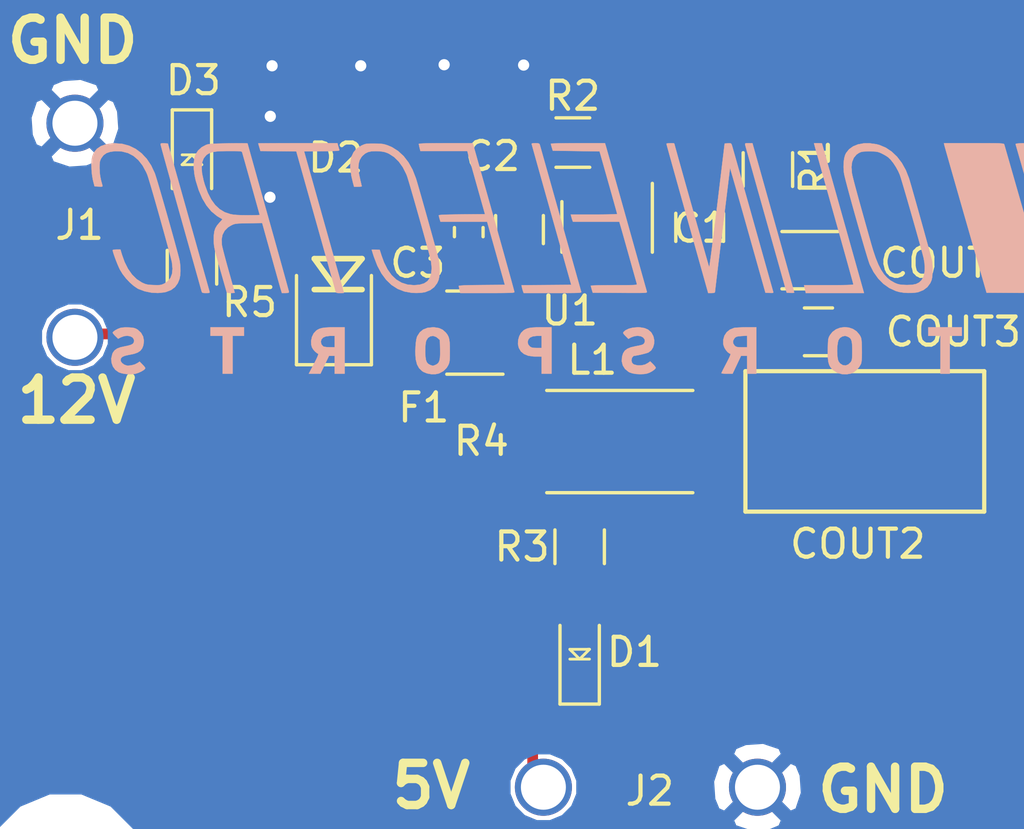
<source format=kicad_pcb>
(kicad_pcb (version 20171130) (host pcbnew 5.0.2-bee76a0~70~ubuntu18.04.1)

  (general
    (thickness 1.6)
    (drawings 4)
    (tracks 66)
    (zones 0)
    (modules 20)
    (nets 12)
  )

  (page A4)
  (layers
    (0 F.Cu signal)
    (31 B.Cu signal hide)
    (32 B.Adhes user)
    (33 F.Adhes user)
    (34 B.Paste user)
    (35 F.Paste user)
    (36 B.SilkS user hide)
    (37 F.SilkS user)
    (38 B.Mask user)
    (39 F.Mask user)
    (40 Dwgs.User user)
    (41 Cmts.User user)
    (42 Eco1.User user)
    (43 Eco2.User user)
    (44 Edge.Cuts user)
    (45 Margin user)
    (46 B.CrtYd user)
    (47 F.CrtYd user)
    (48 B.Fab user)
    (49 F.Fab user)
  )

  (setup
    (last_trace_width 0.1524)
    (user_trace_width 0.254)
    (user_trace_width 0.381)
    (trace_clearance 0.1524)
    (zone_clearance 0.1524)
    (zone_45_only no)
    (trace_min 0.1524)
    (segment_width 0.2)
    (edge_width 0.15)
    (via_size 0.6096)
    (via_drill 0.3048)
    (via_min_size 0.1524)
    (via_min_drill 0.3048)
    (uvia_size 0.3)
    (uvia_drill 0.1)
    (uvias_allowed no)
    (uvia_min_size 0.2)
    (uvia_min_drill 0.1)
    (pcb_text_width 0.3)
    (pcb_text_size 1.5 1.5)
    (mod_edge_width 0.15)
    (mod_text_size 1 1)
    (mod_text_width 0.15)
    (pad_size 1.524 1.524)
    (pad_drill 0.762)
    (pad_to_mask_clearance 0.051)
    (solder_mask_min_width 0.25)
    (aux_axis_origin 0 0)
    (visible_elements FFFFFF7F)
    (pcbplotparams
      (layerselection 0x010fc_ffffffff)
      (usegerberextensions false)
      (usegerberattributes false)
      (usegerberadvancedattributes false)
      (creategerberjobfile false)
      (excludeedgelayer true)
      (linewidth 0.100000)
      (plotframeref false)
      (viasonmask false)
      (mode 1)
      (useauxorigin false)
      (hpglpennumber 1)
      (hpglpenspeed 20)
      (hpglpendiameter 15.000000)
      (psnegative false)
      (psa4output false)
      (plotreference true)
      (plotvalue true)
      (plotinvisibletext false)
      (padsonsilk false)
      (subtractmaskfromsilk false)
      (outputformat 1)
      (mirror false)
      (drillshape 0)
      (scaleselection 1)
      (outputdirectory "2_26_2019/"))
  )

  (net 0 "")
  (net 1 "Net-(C1-Pad2)")
  (net 2 "Net-(C1-Pad1)")
  (net 3 "Net-(C2-Pad1)")
  (net 4 GND)
  (net 5 /5V)
  (net 6 /12V)
  (net 7 "Net-(R1-Pad2)")
  (net 8 "Net-(COUT1-Pad1)")
  (net 9 "Net-(D1-Pad2)")
  (net 10 "Net-(D3-Pad2)")
  (net 11 VCC)

  (net_class Default "This is the default net class."
    (clearance 0.1524)
    (trace_width 0.1524)
    (via_dia 0.6096)
    (via_drill 0.3048)
    (uvia_dia 0.3)
    (uvia_drill 0.1)
    (add_net /12V)
    (add_net /5V)
    (add_net GND)
    (add_net "Net-(C1-Pad1)")
    (add_net "Net-(C1-Pad2)")
    (add_net "Net-(C2-Pad1)")
    (add_net "Net-(COUT1-Pad1)")
    (add_net "Net-(D1-Pad2)")
    (add_net "Net-(D3-Pad2)")
    (add_net "Net-(R1-Pad2)")
    (add_net VCC)
  )

  (module footprints:Fuse_1812 (layer F.Cu) (tedit 5A050C3C) (tstamp 5C6E3B8B)
    (at 133.1 109.6)
    (path /5C08921B)
    (fp_text reference COUT2 (at 2.5 3.65 180) (layer F.SilkS)
      (effects (font (size 1 1) (thickness 0.15)))
    )
    (fp_text value C_33uF (at 3 3.5) (layer F.Fab) hide
      (effects (font (size 1 1) (thickness 0.15)))
    )
    (fp_line (start -1.5 2.5) (end -1.5 -2.5) (layer F.SilkS) (width 0.15))
    (fp_line (start 7 2.5) (end -1.5 2.5) (layer F.SilkS) (width 0.15))
    (fp_line (start 7 -2.5) (end 7 2.5) (layer F.SilkS) (width 0.15))
    (fp_line (start -1.5 -2.5) (end 7 -2.5) (layer F.SilkS) (width 0.15))
    (pad 1 smd rect (at 0 0) (size 1.78 3.5) (layers F.Cu F.Paste F.Mask)
      (net 8 "Net-(COUT1-Pad1)"))
    (pad 2 smd rect (at 5.28 0) (size 1.78 3.5) (layers F.Cu F.Paste F.Mask)
      (net 4 GND))
  )

  (module footprints:2-pin-throughhole-conn (layer F.Cu) (tedit 5C6249A7) (tstamp 5C6E7760)
    (at 107.7341 98.27514 270)
    (descr "Fuse, TE5, Littlefuse/Wickmann, No. 460, No560,")
    (tags "Fuse TE5 Littlefuse/Wickmann No. 460 No560 ")
    (path /5C631732)
    (fp_text reference J1 (at 3.62486 -0.1659) (layer F.SilkS)
      (effects (font (size 1 1) (thickness 0.15)))
    )
    (fp_text value Conn_01x02_Female (at 2.35 3.1 270) (layer F.Fab) hide
      (effects (font (size 1 1) (thickness 0.15)))
    )
    (pad 2 thru_hole circle (at 7.62 0 270) (size 2.032 2.032) (drill 1.602) (layers *.Cu *.Mask)
      (net 6 /12V))
    (pad 1 thru_hole circle (at 0 0 270) (size 2.032 2.032) (drill 1.602) (layers *.Cu *.Mask)
      (net 4 GND))
  )

  (module footprints:2-pin-throughhole-conn (layer F.Cu) (tedit 5C6249A7) (tstamp 5C6E7A86)
    (at 132.0292 121.90984 180)
    (descr "Fuse, TE5, Littlefuse/Wickmann, No. 460, No560,")
    (tags "Fuse TE5 Littlefuse/Wickmann No. 460 No560 ")
    (path /5C634A77)
    (fp_text reference J2 (at 3.83 -0.13 180) (layer F.SilkS)
      (effects (font (size 1 1) (thickness 0.15)))
    )
    (fp_text value Conn_01x02_Female (at 2.35 3.1 180) (layer F.Fab) hide
      (effects (font (size 1 1) (thickness 0.15)))
    )
    (pad 2 thru_hole circle (at 7.62 0 180) (size 2.032 2.032) (drill 1.602) (layers *.Cu *.Mask)
      (net 5 /5V))
    (pad 1 thru_hole circle (at 0 0 180) (size 2.032 2.032) (drill 1.602) (layers *.Cu *.Mask)
      (net 4 GND))
  )

  (module footprints:C_0805_OEM (layer F.Cu) (tedit 59F250E7) (tstamp 5C17D639)
    (at 129.9718 101.981 90)
    (descr "Capacitor SMD 0805, reflow soldering, AVX (see smccp.pdf)")
    (tags "capacitor 0805")
    (path /5BEE239B)
    (attr smd)
    (fp_text reference C1 (at -0.019 0.0282) (layer F.SilkS)
      (effects (font (size 1 1) (thickness 0.15)))
    )
    (fp_text value C_0.1uF (at 0 1.75 90) (layer F.Fab) hide
      (effects (font (size 1 1) (thickness 0.15)))
    )
    (fp_line (start 1.75 0.87) (end -1.75 0.87) (layer F.CrtYd) (width 0.05))
    (fp_line (start 1.75 0.87) (end 1.75 -0.88) (layer F.CrtYd) (width 0.05))
    (fp_line (start -1.75 -0.88) (end -1.75 0.87) (layer F.CrtYd) (width 0.05))
    (fp_line (start -1.75 -0.88) (end 1.75 -0.88) (layer F.CrtYd) (width 0.05))
    (fp_line (start -0.5 0.85) (end 0.5 0.85) (layer F.SilkS) (width 0.12))
    (fp_line (start 0.5 -0.85) (end -0.5 -0.85) (layer F.SilkS) (width 0.12))
    (fp_line (start -1 -0.62) (end 1 -0.62) (layer F.Fab) (width 0.1))
    (fp_line (start 1 -0.62) (end 1 0.62) (layer F.Fab) (width 0.1))
    (fp_line (start 1 0.62) (end -1 0.62) (layer F.Fab) (width 0.1))
    (fp_line (start -1 0.62) (end -1 -0.62) (layer F.Fab) (width 0.1))
    (pad 2 smd rect (at 1 0 90) (size 1 1.25) (layers F.Cu F.Paste F.Mask)
      (net 1 "Net-(C1-Pad2)"))
    (pad 1 smd rect (at -1 0 90) (size 1 1.25) (layers F.Cu F.Paste F.Mask)
      (net 2 "Net-(C1-Pad1)"))
    (model /home/josh/Formula/OEM_Preferred_Parts/3DModels/C_0805_OEM/C_0805.wrl
      (at (xyz 0 0 0))
      (scale (xyz 1 1 1))
      (rotate (xyz 0 0 0))
    )
  )

  (module footprints:C_0805_OEM (layer F.Cu) (tedit 59F250E7) (tstamp 5C17D649)
    (at 123.5583 102.0605 90)
    (descr "Capacitor SMD 0805, reflow soldering, AVX (see smccp.pdf)")
    (tags "capacitor 0805")
    (path /5BEE2923)
    (attr smd)
    (fp_text reference C2 (at 2.6105 -0.9583 180) (layer F.SilkS)
      (effects (font (size 1 1) (thickness 0.15)))
    )
    (fp_text value C_0.1uF (at 0 1.75 90) (layer F.Fab) hide
      (effects (font (size 1 1) (thickness 0.15)))
    )
    (fp_line (start -1 0.62) (end -1 -0.62) (layer F.Fab) (width 0.1))
    (fp_line (start 1 0.62) (end -1 0.62) (layer F.Fab) (width 0.1))
    (fp_line (start 1 -0.62) (end 1 0.62) (layer F.Fab) (width 0.1))
    (fp_line (start -1 -0.62) (end 1 -0.62) (layer F.Fab) (width 0.1))
    (fp_line (start 0.5 -0.85) (end -0.5 -0.85) (layer F.SilkS) (width 0.12))
    (fp_line (start -0.5 0.85) (end 0.5 0.85) (layer F.SilkS) (width 0.12))
    (fp_line (start -1.75 -0.88) (end 1.75 -0.88) (layer F.CrtYd) (width 0.05))
    (fp_line (start -1.75 -0.88) (end -1.75 0.87) (layer F.CrtYd) (width 0.05))
    (fp_line (start 1.75 0.87) (end 1.75 -0.88) (layer F.CrtYd) (width 0.05))
    (fp_line (start 1.75 0.87) (end -1.75 0.87) (layer F.CrtYd) (width 0.05))
    (pad 1 smd rect (at -1 0 90) (size 1 1.25) (layers F.Cu F.Paste F.Mask)
      (net 3 "Net-(C2-Pad1)"))
    (pad 2 smd rect (at 1 0 90) (size 1 1.25) (layers F.Cu F.Paste F.Mask)
      (net 4 GND))
    (model /home/josh/Formula/OEM_Preferred_Parts/3DModels/C_0805_OEM/C_0805.wrl
      (at (xyz 0 0 0))
      (scale (xyz 1 1 1))
      (rotate (xyz 0 0 0))
    )
  )

  (module footprints:C_0603_1608Metric (layer F.Cu) (tedit 5C4FC09C) (tstamp 5C4FC33D)
    (at 121.75236 102.15118 90)
    (descr "Capacitor SMD 0603 (1608 Metric), square (rectangular) end terminal, IPC_7351 nominal, (Body size source: http://www.tortai-tech.com/upload/download/2011102023233369053.pdf), generated with kicad-footprint-generator")
    (tags capacitor)
    (path /5BEE2647)
    (attr smd)
    (fp_text reference C3 (at -1.09982 -1.81356 180) (layer F.SilkS)
      (effects (font (size 1 1) (thickness 0.15)))
    )
    (fp_text value C_2.2uF (at 0.0125 2.21 90) (layer F.Fab) hide
      (effects (font (size 1 1) (thickness 0.15)))
    )
    (fp_line (start -0.8 0.4) (end -0.8 -0.4) (layer F.Fab) (width 0.1))
    (fp_line (start -0.8 -0.4) (end 0.8 -0.4) (layer F.Fab) (width 0.1))
    (fp_line (start 0.8 -0.4) (end 0.8 0.4) (layer F.Fab) (width 0.1))
    (fp_line (start 0.8 0.4) (end -0.8 0.4) (layer F.Fab) (width 0.1))
    (fp_line (start -0.162779 -0.51) (end 0.162779 -0.51) (layer F.SilkS) (width 0.12))
    (fp_line (start -0.162779 0.51) (end 0.162779 0.51) (layer F.SilkS) (width 0.12))
    (fp_line (start -1.48 0.73) (end -1.48 -0.73) (layer F.CrtYd) (width 0.05))
    (fp_line (start -1.48 -0.73) (end 1.48 -0.73) (layer F.CrtYd) (width 0.05))
    (fp_line (start 1.48 -0.73) (end 1.48 0.73) (layer F.CrtYd) (width 0.05))
    (fp_line (start 1.48 0.73) (end -1.48 0.73) (layer F.CrtYd) (width 0.05))
    (fp_text user %R (at 3.175 -1.524 90) (layer F.Fab) hide
      (effects (font (size 0.4 0.4) (thickness 0.06)))
    )
    (pad 1 smd roundrect (at -0.7875 0 90) (size 0.875 0.95) (layers F.Cu F.Paste F.Mask) (roundrect_rratio 0.25)
      (net 3 "Net-(C2-Pad1)"))
    (pad 2 smd roundrect (at 0.7875 0 90) (size 0.875 0.95) (layers F.Cu F.Paste F.Mask) (roundrect_rratio 0.25)
      (net 4 GND))
    (model ${KISYS3DMOD}/Capacitor_SMD.3dshapes/C_0603_1608Metric.wrl
      (at (xyz 0 0 0))
      (scale (xyz 1 1 1))
      (rotate (xyz 0 0 0))
    )
  )

  (module footprints:Fuse_1210 (layer F.Cu) (tedit 5C4FB3B7) (tstamp 5C17D6C7)
    (at 121.9708 105.7275 180)
    (descr "Resistor SMD 1210, reflow soldering, Vishay (see dcrcw.pdf)")
    (tags "resistor 1210")
    (path /5C0BFA29)
    (attr smd)
    (fp_text reference F1 (at 1.8208 -2.6725 180) (layer F.SilkS)
      (effects (font (size 1 1) (thickness 0.15)))
    )
    (fp_text value F_500mA_16V (at 0 2.4 180) (layer F.Fab) hide
      (effects (font (size 1 1) (thickness 0.15)))
    )
    (fp_line (start 2.15 1.5) (end -2.15 1.5) (layer F.CrtYd) (width 0.05))
    (fp_line (start 2.15 1.5) (end 2.15 -1.5) (layer F.CrtYd) (width 0.05))
    (fp_line (start -2.15 -1.5) (end -2.15 1.5) (layer F.CrtYd) (width 0.05))
    (fp_line (start -2.15 -1.5) (end 2.15 -1.5) (layer F.CrtYd) (width 0.05))
    (fp_line (start -1 -1.48) (end 1 -1.48) (layer F.SilkS) (width 0.12))
    (fp_line (start 1 1.48) (end -1 1.48) (layer F.SilkS) (width 0.12))
    (fp_line (start -1.6 -1.25) (end 1.6 -1.25) (layer F.Fab) (width 0.1))
    (fp_line (start 1.6 -1.25) (end 1.6 1.25) (layer F.Fab) (width 0.1))
    (fp_line (start 1.6 1.25) (end -1.6 1.25) (layer F.Fab) (width 0.1))
    (fp_line (start -1.6 1.25) (end -1.6 -1.25) (layer F.Fab) (width 0.1))
    (pad 2 smd rect (at 1.45 0 180) (size 0.9 2.5) (layers F.Cu F.Paste F.Mask)
      (net 6 /12V))
    (pad 1 smd rect (at -1.45 0 180) (size 0.9 2.5) (layers F.Cu F.Paste F.Mask)
      (net 3 "Net-(C2-Pad1)"))
    (model /home/josh/Formula/OEM_Preferred_Parts/3DModels/Fuse_1210_OEM/Fuse1210.wrl
      (at (xyz 0 0 0))
      (scale (xyz 1 1 1))
      (rotate (xyz 0 0 0))
    )
  )

  (module footprints:L_100uH (layer F.Cu) (tedit 5C4A6E6A) (tstamp 5C17D6CD)
    (at 129.4767 105.66654)
    (path /5BEE27A2)
    (attr smd)
    (fp_text reference L1 (at -3.3267 1.03346 180) (layer F.SilkS)
      (effects (font (size 1 1) (thickness 0.15)))
    )
    (fp_text value L_100uH (at -0.2 -4) (layer F.Fab) hide
      (effects (font (size 1 1) (thickness 0.15)))
    )
    (pad 1 smd rect (at -1.6 0) (size 1.2 2) (layers F.Cu F.Paste F.Mask)
      (net 2 "Net-(C1-Pad1)"))
    (pad 2 smd rect (at 1.6 0) (size 1.2 2) (layers F.Cu F.Paste F.Mask)
      (net 8 "Net-(COUT1-Pad1)"))
  )

  (module footprints:R_0805_OEM (layer F.Cu) (tedit 59F25131) (tstamp 5C17D6DD)
    (at 132.4 99.925 90)
    (descr "Resistor SMD 0805, reflow soldering, Vishay (see dcrcw.pdf)")
    (tags "resistor 0805")
    (path /5BEE2A52)
    (attr smd)
    (fp_text reference R1 (at 0.09442 1.67872 90) (layer F.SilkS)
      (effects (font (size 1 1) (thickness 0.15)))
    )
    (fp_text value R_100K (at 0 1.75 90) (layer F.Fab) hide
      (effects (font (size 1 1) (thickness 0.15)))
    )
    (fp_line (start -1 0.62) (end -1 -0.62) (layer F.Fab) (width 0.1))
    (fp_line (start 1 0.62) (end -1 0.62) (layer F.Fab) (width 0.1))
    (fp_line (start 1 -0.62) (end 1 0.62) (layer F.Fab) (width 0.1))
    (fp_line (start -1 -0.62) (end 1 -0.62) (layer F.Fab) (width 0.1))
    (fp_line (start 0.6 0.88) (end -0.6 0.88) (layer F.SilkS) (width 0.12))
    (fp_line (start -0.6 -0.88) (end 0.6 -0.88) (layer F.SilkS) (width 0.12))
    (fp_line (start -1.55 -0.9) (end 1.55 -0.9) (layer F.CrtYd) (width 0.05))
    (fp_line (start -1.55 -0.9) (end -1.55 0.9) (layer F.CrtYd) (width 0.05))
    (fp_line (start 1.55 0.9) (end 1.55 -0.9) (layer F.CrtYd) (width 0.05))
    (fp_line (start 1.55 0.9) (end -1.55 0.9) (layer F.CrtYd) (width 0.05))
    (pad 1 smd rect (at -0.95 0 90) (size 0.7 1.3) (layers F.Cu F.Paste F.Mask)
      (net 8 "Net-(COUT1-Pad1)"))
    (pad 2 smd rect (at 0.95 0 90) (size 0.7 1.3) (layers F.Cu F.Paste F.Mask)
      (net 7 "Net-(R1-Pad2)"))
    (model "/home/josh/Formula/OEM_Preferred_Parts/3DModels/WRL Files/res0805.wrl"
      (at (xyz 0 0 0))
      (scale (xyz 1 1 1))
      (rotate (xyz 0 0 0))
    )
  )

  (module footprints:R_0805_OEM (layer F.Cu) (tedit 59F25131) (tstamp 5C4FC91B)
    (at 125.45822 98.96348 180)
    (descr "Resistor SMD 0805, reflow soldering, Vishay (see dcrcw.pdf)")
    (tags "resistor 0805")
    (path /5C0B315C)
    (attr smd)
    (fp_text reference R2 (at 0.00508 1.65862 180) (layer F.SilkS)
      (effects (font (size 1 1) (thickness 0.15)))
    )
    (fp_text value R_25K (at 0 1.75 180) (layer F.Fab) hide
      (effects (font (size 1 1) (thickness 0.15)))
    )
    (fp_line (start 1.55 0.9) (end -1.55 0.9) (layer F.CrtYd) (width 0.05))
    (fp_line (start 1.55 0.9) (end 1.55 -0.9) (layer F.CrtYd) (width 0.05))
    (fp_line (start -1.55 -0.9) (end -1.55 0.9) (layer F.CrtYd) (width 0.05))
    (fp_line (start -1.55 -0.9) (end 1.55 -0.9) (layer F.CrtYd) (width 0.05))
    (fp_line (start -0.6 -0.88) (end 0.6 -0.88) (layer F.SilkS) (width 0.12))
    (fp_line (start 0.6 0.88) (end -0.6 0.88) (layer F.SilkS) (width 0.12))
    (fp_line (start -1 -0.62) (end 1 -0.62) (layer F.Fab) (width 0.1))
    (fp_line (start 1 -0.62) (end 1 0.62) (layer F.Fab) (width 0.1))
    (fp_line (start 1 0.62) (end -1 0.62) (layer F.Fab) (width 0.1))
    (fp_line (start -1 0.62) (end -1 -0.62) (layer F.Fab) (width 0.1))
    (pad 2 smd rect (at 0.95 0 180) (size 0.7 1.3) (layers F.Cu F.Paste F.Mask)
      (net 4 GND))
    (pad 1 smd rect (at -0.95 0 180) (size 0.7 1.3) (layers F.Cu F.Paste F.Mask)
      (net 7 "Net-(R1-Pad2)"))
    (model "/home/josh/Formula/OEM_Preferred_Parts/3DModels/WRL Files/res0805.wrl"
      (at (xyz 0 0 0))
      (scale (xyz 1 1 1))
      (rotate (xyz 0 0 0))
    )
  )

  (module footprints:R_0805_OEM (layer F.Cu) (tedit 59F25131) (tstamp 5C4FC8EE)
    (at 125.7 113.35 270)
    (descr "Resistor SMD 0805, reflow soldering, Vishay (see dcrcw.pdf)")
    (tags "resistor 0805")
    (path /5C0C44F9)
    (attr smd)
    (fp_text reference R3 (at 0 2.05) (layer F.SilkS)
      (effects (font (size 1 1) (thickness 0.15)))
    )
    (fp_text value R_200 (at 0 1.75 270) (layer F.Fab) hide
      (effects (font (size 1 1) (thickness 0.15)))
    )
    (fp_line (start -1 0.62) (end -1 -0.62) (layer F.Fab) (width 0.1))
    (fp_line (start 1 0.62) (end -1 0.62) (layer F.Fab) (width 0.1))
    (fp_line (start 1 -0.62) (end 1 0.62) (layer F.Fab) (width 0.1))
    (fp_line (start -1 -0.62) (end 1 -0.62) (layer F.Fab) (width 0.1))
    (fp_line (start 0.6 0.88) (end -0.6 0.88) (layer F.SilkS) (width 0.12))
    (fp_line (start -0.6 -0.88) (end 0.6 -0.88) (layer F.SilkS) (width 0.12))
    (fp_line (start -1.55 -0.9) (end 1.55 -0.9) (layer F.CrtYd) (width 0.05))
    (fp_line (start -1.55 -0.9) (end -1.55 0.9) (layer F.CrtYd) (width 0.05))
    (fp_line (start 1.55 0.9) (end 1.55 -0.9) (layer F.CrtYd) (width 0.05))
    (fp_line (start 1.55 0.9) (end -1.55 0.9) (layer F.CrtYd) (width 0.05))
    (pad 1 smd rect (at -0.95 0 270) (size 0.7 1.3) (layers F.Cu F.Paste F.Mask)
      (net 11 VCC))
    (pad 2 smd rect (at 0.95 0 270) (size 0.7 1.3) (layers F.Cu F.Paste F.Mask)
      (net 9 "Net-(D1-Pad2)"))
    (model "/home/josh/Formula/OEM_Preferred_Parts/3DModels/WRL Files/res0805.wrl"
      (at (xyz 0 0 0))
      (scale (xyz 1 1 1))
      (rotate (xyz 0 0 0))
    )
  )

  (module footprints:R_2512_OEM (layer F.Cu) (tedit 59F2514A) (tstamp 5C17D70D)
    (at 127.1282 109.60608 180)
    (descr "Resistor SMD 2512, reflow soldering, Vishay (see dcrcw.pdf)")
    (tags "resistor 2512")
    (path /5C0C29A9)
    (attr smd)
    (fp_text reference R4 (at 4.9282 0.01778 180) (layer F.SilkS)
      (effects (font (size 1 1) (thickness 0.15)))
    )
    (fp_text value R_0_2512 (at 0 2.75 180) (layer F.Fab) hide
      (effects (font (size 1 1) (thickness 0.15)))
    )
    (fp_line (start -3.15 1.6) (end -3.15 -1.6) (layer F.Fab) (width 0.1))
    (fp_line (start 3.15 1.6) (end -3.15 1.6) (layer F.Fab) (width 0.1))
    (fp_line (start 3.15 -1.6) (end 3.15 1.6) (layer F.Fab) (width 0.1))
    (fp_line (start -3.15 -1.6) (end 3.15 -1.6) (layer F.Fab) (width 0.1))
    (fp_line (start 2.6 1.82) (end -2.6 1.82) (layer F.SilkS) (width 0.12))
    (fp_line (start -2.6 -1.82) (end 2.6 -1.82) (layer F.SilkS) (width 0.12))
    (fp_line (start -3.85 -1.85) (end 3.85 -1.85) (layer F.CrtYd) (width 0.05))
    (fp_line (start -3.85 -1.85) (end -3.85 1.85) (layer F.CrtYd) (width 0.05))
    (fp_line (start 3.85 1.85) (end 3.85 -1.85) (layer F.CrtYd) (width 0.05))
    (fp_line (start 3.85 1.85) (end -3.85 1.85) (layer F.CrtYd) (width 0.05))
    (pad 1 smd rect (at -3.1 0 180) (size 1 3.2) (layers F.Cu F.Paste F.Mask)
      (net 8 "Net-(COUT1-Pad1)"))
    (pad 2 smd rect (at 3.1 0 180) (size 1 3.2) (layers F.Cu F.Paste F.Mask)
      (net 11 VCC))
    (model ${KISYS3DMOD}/Resistors_SMD.3dshapes/R_2512.wrl
      (at (xyz 0 0 0))
      (scale (xyz 1 1 1))
      (rotate (xyz 0 0 0))
    )
  )

  (module footprints:SOT-23-6_OEM (layer F.Cu) (tedit 59F2519B) (tstamp 5C17D722)
    (at 126.6776 101.9658 270)
    (descr "6-pin SOT-23 package")
    (tags SOT-23-6)
    (path /5C752F87)
    (attr smd)
    (fp_text reference U1 (at 2.9842 1.3276 180) (layer F.SilkS)
      (effects (font (size 1 1) (thickness 0.15)))
    )
    (fp_text value TPS560430YF (at 0 2.9 270) (layer F.Fab) hide
      (effects (font (size 1 1) (thickness 0.15)))
    )
    (fp_line (start -0.9 1.61) (end 0.9 1.61) (layer F.SilkS) (width 0.12))
    (fp_line (start 0.9 -1.61) (end -1.55 -1.61) (layer F.SilkS) (width 0.12))
    (fp_line (start 1.9 -1.8) (end -1.9 -1.8) (layer F.CrtYd) (width 0.05))
    (fp_line (start 1.9 1.8) (end 1.9 -1.8) (layer F.CrtYd) (width 0.05))
    (fp_line (start -1.9 1.8) (end 1.9 1.8) (layer F.CrtYd) (width 0.05))
    (fp_line (start -1.9 -1.8) (end -1.9 1.8) (layer F.CrtYd) (width 0.05))
    (fp_line (start -0.9 -0.9) (end -0.25 -1.55) (layer F.Fab) (width 0.1))
    (fp_line (start 0.9 -1.55) (end -0.25 -1.55) (layer F.Fab) (width 0.1))
    (fp_line (start -0.9 -0.9) (end -0.9 1.55) (layer F.Fab) (width 0.1))
    (fp_line (start 0.9 1.55) (end -0.9 1.55) (layer F.Fab) (width 0.1))
    (fp_line (start 0.9 -1.55) (end 0.9 1.55) (layer F.Fab) (width 0.1))
    (pad 1 smd rect (at -1.1 -0.95 270) (size 1.06 0.65) (layers F.Cu F.Paste F.Mask)
      (net 1 "Net-(C1-Pad2)"))
    (pad 2 smd rect (at -1.1 0 270) (size 1.06 0.65) (layers F.Cu F.Paste F.Mask)
      (net 4 GND))
    (pad 3 smd rect (at -1.1 0.95 270) (size 1.06 0.65) (layers F.Cu F.Paste F.Mask)
      (net 7 "Net-(R1-Pad2)"))
    (pad 4 smd rect (at 1.1 0.95 270) (size 1.06 0.65) (layers F.Cu F.Paste F.Mask)
      (net 3 "Net-(C2-Pad1)"))
    (pad 6 smd rect (at 1.1 -0.95 270) (size 1.06 0.65) (layers F.Cu F.Paste F.Mask)
      (net 2 "Net-(C1-Pad1)"))
    (pad 5 smd rect (at 1.1 0 270) (size 1.06 0.65) (layers F.Cu F.Paste F.Mask)
      (net 3 "Net-(C2-Pad1)"))
    (model ${KISYS3DMOD}/TO_SOT_Packages_SMD.3dshapes/SOT-23-6.wrl
      (at (xyz 0 0 0))
      (scale (xyz 1 1 1))
      (rotate (xyz 0 0 0))
    )
  )

  (module footprints:C_1206_OEM (layer F.Cu) (tedit 59F253AA) (tstamp 5C6E9423)
    (at 133.9 103.15)
    (descr "Capacitor SMD 1206, reflow soldering, AVX (see smccp.pdf)")
    (tags "capacitor 1206")
    (path /5C061BB4)
    (attr smd)
    (fp_text reference COUT1 (at 4.9 0.1) (layer F.SilkS)
      (effects (font (size 1 1) (thickness 0.15)))
    )
    (fp_text value C_22uF (at 0 2) (layer F.Fab) hide
      (effects (font (size 1 1) (thickness 0.15)))
    )
    (fp_line (start -1.6 0.8) (end -1.6 -0.8) (layer F.Fab) (width 0.1))
    (fp_line (start 1.6 0.8) (end -1.6 0.8) (layer F.Fab) (width 0.1))
    (fp_line (start 1.6 -0.8) (end 1.6 0.8) (layer F.Fab) (width 0.1))
    (fp_line (start -1.6 -0.8) (end 1.6 -0.8) (layer F.Fab) (width 0.1))
    (fp_line (start 1 -1.02) (end -1 -1.02) (layer F.SilkS) (width 0.12))
    (fp_line (start -1 1.02) (end 1 1.02) (layer F.SilkS) (width 0.12))
    (fp_line (start -2.25 -1.05) (end 2.25 -1.05) (layer F.CrtYd) (width 0.05))
    (fp_line (start -2.25 -1.05) (end -2.25 1.05) (layer F.CrtYd) (width 0.05))
    (fp_line (start 2.25 1.05) (end 2.25 -1.05) (layer F.CrtYd) (width 0.05))
    (fp_line (start 2.25 1.05) (end -2.25 1.05) (layer F.CrtYd) (width 0.05))
    (pad 1 smd rect (at -1.5 0) (size 1 1.6) (layers F.Cu F.Paste F.Mask)
      (net 8 "Net-(COUT1-Pad1)"))
    (pad 2 smd rect (at 1.5 0) (size 1 1.6) (layers F.Cu F.Paste F.Mask)
      (net 4 GND))
    (model Capacitors_SMD.3dshapes/C_1206.wrl
      (at (xyz 0 0 0))
      (scale (xyz 1 1 1))
      (rotate (xyz 0 0 0))
    )
  )

  (module footprints:C_0805_OEM (layer F.Cu) (tedit 5C3D8347) (tstamp 5C6E3B9B)
    (at 134.2 105.7)
    (descr "Capacitor SMD 0805, reflow soldering, AVX (see smccp.pdf)")
    (tags "capacitor 0805")
    (path /5C062E7A)
    (attr smd)
    (fp_text reference COUT3 (at 4.8 0) (layer F.SilkS)
      (effects (font (size 1 1) (thickness 0.15)))
    )
    (fp_text value C_47uF (at 0 1.75) (layer F.Fab) hide
      (effects (font (size 1 1) (thickness 0.15)))
    )
    (fp_line (start -1 0.62) (end -1 -0.62) (layer F.Fab) (width 0.1))
    (fp_line (start 1 0.62) (end -1 0.62) (layer F.Fab) (width 0.1))
    (fp_line (start 1 -0.62) (end 1 0.62) (layer F.Fab) (width 0.1))
    (fp_line (start -1 -0.62) (end 1 -0.62) (layer F.Fab) (width 0.1))
    (fp_line (start 0.5 -0.85) (end -0.5 -0.85) (layer F.SilkS) (width 0.12))
    (fp_line (start -0.5 0.85) (end 0.5 0.85) (layer F.SilkS) (width 0.12))
    (fp_line (start -1.75 -0.88) (end 1.75 -0.88) (layer F.CrtYd) (width 0.05))
    (fp_line (start -1.75 -0.88) (end -1.75 0.87) (layer F.CrtYd) (width 0.05))
    (fp_line (start 1.75 0.87) (end 1.75 -0.88) (layer F.CrtYd) (width 0.05))
    (fp_line (start 1.75 0.87) (end -1.75 0.87) (layer F.CrtYd) (width 0.05))
    (pad 1 smd rect (at -1 0) (size 1 1.25) (layers F.Cu F.Paste F.Mask)
      (net 8 "Net-(COUT1-Pad1)"))
    (pad 2 smd rect (at 1 0) (size 1 1.25) (layers F.Cu F.Paste F.Mask)
      (net 4 GND))
    (model /home/josh/Formula/OEM_Preferred_Parts/3DModels/C_0805_OEM/C_0805.wrl
      (at (xyz 0 0 0))
      (scale (xyz 1 1 1))
      (rotate (xyz 0 0 0))
    )
    (model ${LOCAL_DIR}/OEM_Preferred_Parts/3DModels/C_0805_OEM/C_0805.step
      (at (xyz 0 0 0))
      (scale (xyz 1 1 1))
      (rotate (xyz 0 0 0))
    )
  )

  (module footprints:DO-214AA (layer F.Cu) (tedit 5A59FDFB) (tstamp 5C6E3BE3)
    (at 116.9543 103.6955 90)
    (descr "http://www.diodes.com/datasheets/ap02001.pdf p.144")
    (tags "Diode SOD523")
    (path /5C623D49)
    (attr smd)
    (fp_text reference D2 (at 4.191 0.0635 180) (layer F.SilkS)
      (effects (font (size 1 1) (thickness 0.15)))
    )
    (fp_text value D_Zener_18V (at 0 2.286 90) (layer F.Fab) hide
      (effects (font (size 1 1) (thickness 0.15)))
    )
    (fp_line (start 0.6 1) (end -0.5 0.1) (layer F.SilkS) (width 0.2))
    (fp_line (start 0.6 -0.7) (end 0.6 1) (layer F.SilkS) (width 0.2))
    (fp_line (start -0.5 0.1) (end 0.6 -0.7) (layer F.SilkS) (width 0.2))
    (fp_line (start -0.5 -0.7) (end -0.5 1) (layer F.SilkS) (width 0.2))
    (fp_line (start -3.175 -1.3335) (end -3.175 1.3335) (layer F.SilkS) (width 0.12))
    (fp_line (start 3.302 -1.4605) (end 3.302 1.4605) (layer F.CrtYd) (width 0.05))
    (fp_line (start -3.302 -1.4605) (end 3.302 -1.4605) (layer F.CrtYd) (width 0.05))
    (fp_line (start -3.302 -1.4605) (end -3.302 1.4605) (layer F.CrtYd) (width 0.05))
    (fp_line (start -3.302 1.4605) (end 3.302 1.4605) (layer F.CrtYd) (width 0.05))
    (fp_line (start 2.3749 -1.9685) (end 2.3749 1.9685) (layer F.Fab) (width 0.1))
    (fp_line (start -2.3749 -1.9685) (end 2.3749 -1.9685) (layer F.Fab) (width 0.1))
    (fp_line (start -2.3749 -1.9685) (end -2.3749 1.9685) (layer F.Fab) (width 0.1))
    (fp_line (start 2.3749 1.9685) (end -2.3749 1.9685) (layer F.Fab) (width 0.1))
    (fp_line (start -3.175 1.3335) (end 0 1.3335) (layer F.SilkS) (width 0.12))
    (fp_line (start -3.175 -1.3335) (end 0 -1.3335) (layer F.SilkS) (width 0.12))
    (pad 2 smd rect (at 2.032 0 270) (size 1.778 2.159) (layers F.Cu F.Paste F.Mask)
      (net 4 GND))
    (pad 1 smd rect (at -2.032 0 270) (size 1.778 2.159) (layers F.Cu F.Paste F.Mask)
      (net 6 /12V))
    (model /home/josh/Formula/OEM_Preferred_Parts/3DModels/DO_214AA_OEM/DO_214AA.wrl
      (at (xyz 0 0 0))
      (scale (xyz 1 1 1))
      (rotate (xyz 0 0 0))
    )
  )

  (module footprints:LED_0805_OEM (layer F.Cu) (tedit 5C3D84D8) (tstamp 5C6E6262)
    (at 125.7 117.15 90)
    (descr "LED 0805 smd package")
    (tags "LED led 0805 SMD smd SMT smt smdled SMDLED smtled SMTLED")
    (path /5C0C344A)
    (attr smd)
    (fp_text reference D1 (at 0.05 1.95 180) (layer F.SilkS)
      (effects (font (size 1 1) (thickness 0.15)))
    )
    (fp_text value LED_0805 (at 0.508 2.032 90) (layer F.Fab) hide
      (effects (font (size 1 1) (thickness 0.15)))
    )
    (fp_line (start -0.2 0.35) (end -0.2 0) (layer F.SilkS) (width 0.1))
    (fp_line (start -0.2 0) (end -0.2 -0.35) (layer F.SilkS) (width 0.1))
    (fp_line (start 0.15 0.35) (end -0.2 0) (layer F.SilkS) (width 0.1))
    (fp_line (start 0.15 0.3) (end 0.15 0.35) (layer F.SilkS) (width 0.1))
    (fp_line (start 0.15 0.35) (end 0.15 0.3) (layer F.SilkS) (width 0.1))
    (fp_line (start 0.15 -0.35) (end 0.15 0.3) (layer F.SilkS) (width 0.1))
    (fp_line (start 0.1 -0.3) (end 0.15 -0.35) (layer F.SilkS) (width 0.1))
    (fp_line (start -0.2 0) (end 0.1 -0.3) (layer F.SilkS) (width 0.1))
    (fp_line (start -1.8 -0.7) (end -1.8 0.7) (layer F.SilkS) (width 0.12))
    (fp_line (start 1 0.6) (end -1 0.6) (layer F.Fab) (width 0.1))
    (fp_line (start 1 -0.6) (end 1 0.6) (layer F.Fab) (width 0.1))
    (fp_line (start -1 -0.6) (end 1 -0.6) (layer F.Fab) (width 0.1))
    (fp_line (start -1 0.6) (end -1 -0.6) (layer F.Fab) (width 0.1))
    (fp_line (start -1.8 0.7) (end 1 0.7) (layer F.SilkS) (width 0.12))
    (fp_line (start -1.8 -0.7) (end 1 -0.7) (layer F.SilkS) (width 0.12))
    (fp_line (start 1.95 -0.85) (end 1.95 0.85) (layer F.CrtYd) (width 0.05))
    (fp_line (start 1.95 0.85) (end -1.95 0.85) (layer F.CrtYd) (width 0.05))
    (fp_line (start -1.95 0.85) (end -1.95 -0.85) (layer F.CrtYd) (width 0.05))
    (fp_line (start -1.95 -0.85) (end 1.95 -0.85) (layer F.CrtYd) (width 0.05))
    (pad 2 smd rect (at 1.1 0 270) (size 1.2 1.2) (layers F.Cu F.Paste F.Mask)
      (net 9 "Net-(D1-Pad2)"))
    (pad 1 smd rect (at -1.1 0 270) (size 1.2 1.2) (layers F.Cu F.Paste F.Mask)
      (net 4 GND))
    (model "/home/josh/Formula/OEM_Preferred_Parts/3DModels/LED_0805/LED 0805 Base GREEN001_sp.wrl"
      (at (xyz 0 0 0))
      (scale (xyz 1 1 1))
      (rotate (xyz 0 0 180))
    )
    (model "${LOCAL_DIR}/OEM_Preferred_Parts/3DModels/LED_0805/LED 0805 Base GREEN001_sp.step"
      (at (xyz 0 0 0))
      (scale (xyz 1 1 1))
      (rotate (xyz 0 0 0))
    )
  )

  (module footprints:Logo_Large (layer B.Cu) (tedit 0) (tstamp 5C6E93E0)
    (at 127.9 103.1 180)
    (fp_text reference G*** (at 0 0 180) (layer B.SilkS) hide
      (effects (font (size 1.524 1.524) (thickness 0.3)) (justify mirror))
    )
    (fp_text value LOGO (at 0.75 0 180) (layer B.SilkS) hide
      (effects (font (size 1.524 1.524) (thickness 0.3)) (justify mirror))
    )
    (fp_poly (pts (xy 18.846075 4.107132) (xy 19.065319 4.073701) (xy 19.245128 4.00857) (xy 19.386053 3.911374)
      (xy 19.488644 3.781749) (xy 19.547339 3.641645) (xy 19.569425 3.520595) (xy 19.578482 3.365329)
      (xy 19.575075 3.190579) (xy 19.55977 3.011076) (xy 19.533133 2.841552) (xy 19.513326 2.7559)
      (xy 19.466072 2.5781) (xy 19.319402 2.570419) (xy 19.237351 2.567742) (xy 19.195339 2.57278)
      (xy 19.182819 2.588551) (xy 19.186227 2.608519) (xy 19.235407 2.788415) (xy 19.267007 2.940046)
      (xy 19.284069 3.081574) (xy 19.289602 3.2258) (xy 19.288823 3.345147) (xy 19.282719 3.428934)
      (xy 19.268636 3.492332) (xy 19.243922 3.550511) (xy 19.22748 3.581081) (xy 19.147841 3.687822)
      (xy 19.042984 3.762652) (xy 18.905946 3.809072) (xy 18.731219 3.830506) (xy 18.493234 3.820589)
      (xy 18.27688 3.764715) (xy 18.082151 3.662881) (xy 17.909041 3.515082) (xy 17.757545 3.321313)
      (xy 17.627654 3.081571) (xy 17.59221 2.998987) (xy 17.571635 2.940456) (xy 17.539354 2.83847)
      (xy 17.496933 2.698607) (xy 17.44594 2.526447) (xy 17.387942 2.327567) (xy 17.324506 2.107548)
      (xy 17.2572 1.871969) (xy 17.187592 1.626408) (xy 17.117248 1.376445) (xy 17.047736 1.127658)
      (xy 16.980623 0.885628) (xy 16.917477 0.655932) (xy 16.859866 0.444151) (xy 16.809355 0.255862)
      (xy 16.767514 0.096646) (xy 16.735909 -0.027919) (xy 16.716107 -0.112254) (xy 16.711263 -0.136761)
      (xy 16.690752 -0.351416) (xy 16.708412 -0.532897) (xy 16.76444 -0.681776) (xy 16.859038 -0.798628)
      (xy 16.9672 -0.871811) (xy 17.035191 -0.904765) (xy 17.093219 -0.925159) (xy 17.15634 -0.935394)
      (xy 17.239612 -0.937872) (xy 17.358091 -0.934995) (xy 17.36237 -0.93485) (xy 17.48747 -0.92889)
      (xy 17.579013 -0.918554) (xy 17.654235 -0.900127) (xy 17.730374 -0.869893) (xy 17.7855 -0.843639)
      (xy 17.966824 -0.726716) (xy 18.130835 -0.564279) (xy 18.275423 -0.359288) (xy 18.398476 -0.114701)
      (xy 18.491841 0.14605) (xy 18.546947 0.3302) (xy 18.684173 0.3302) (xy 18.759908 0.326336)
      (xy 18.809747 0.316384) (xy 18.8214 0.307091) (xy 18.811856 0.255933) (xy 18.786051 0.169673)
      (xy 18.748229 0.059691) (xy 18.70263 -0.062636) (xy 18.653497 -0.185929) (xy 18.605071 -0.29881)
      (xy 18.561594 -0.3899) (xy 18.561476 -0.390127) (xy 18.467911 -0.542712) (xy 18.348018 -0.696743)
      (xy 18.21261 -0.840996) (xy 18.072502 -0.96425) (xy 17.938507 -1.055282) (xy 17.902553 -1.073948)
      (xy 17.68491 -1.155256) (xy 17.449917 -1.203581) (xy 17.212714 -1.217322) (xy 16.98844 -1.194875)
      (xy 16.9164 -1.178335) (xy 16.742656 -1.110338) (xy 16.60644 -1.008624) (xy 16.505319 -0.870841)
      (xy 16.444757 -0.722333) (xy 16.420344 -0.596727) (xy 16.40997 -0.440211) (xy 16.413891 -0.270767)
      (xy 16.432364 -0.106382) (xy 16.435686 -0.087214) (xy 16.449784 -0.023892) (xy 16.476574 0.082556)
      (xy 16.514461 0.226506) (xy 16.561853 0.402333) (xy 16.617155 0.604413) (xy 16.678773 0.827123)
      (xy 16.745115 1.064837) (xy 16.814585 1.311932) (xy 16.885591 1.562783) (xy 16.956539 1.811766)
      (xy 17.025834 2.053258) (xy 17.091883 2.281633) (xy 17.153093 2.491268) (xy 17.207869 2.676538)
      (xy 17.254618 2.831819) (xy 17.291746 2.951488) (xy 17.31766 3.029919) (xy 17.32356 3.046005)
      (xy 17.45192 3.320441) (xy 17.609516 3.557101) (xy 17.793792 3.754203) (xy 18.002187 3.909964)
      (xy 18.232145 4.0226) (xy 18.481106 4.090329) (xy 18.746513 4.111367) (xy 18.846075 4.107132)) (layer B.SilkS) (width 0.01))
    (fp_poly (pts (xy 17.110144 4.100777) (xy 17.1196 4.081557) (xy 17.112847 4.05268) (xy 17.093191 3.978163)
      (xy 17.061533 3.861253) (xy 17.018775 3.705199) (xy 16.965818 3.513248) (xy 16.903564 3.288649)
      (xy 16.832916 3.034648) (xy 16.754774 2.754495) (xy 16.670041 2.451437) (xy 16.579619 2.128721)
      (xy 16.484408 1.789596) (xy 16.394622 1.47038) (xy 16.295615 1.118626) (xy 16.200329 0.779986)
      (xy 16.109688 0.457745) (xy 16.024615 0.155185) (xy 15.946031 -0.124408) (xy 15.874859 -0.37775)
      (xy 15.812021 -0.601557) (xy 15.758441 -0.792544) (xy 15.715039 -0.947427) (xy 15.68274 -1.062922)
      (xy 15.662464 -1.135745) (xy 15.655269 -1.16205) (xy 15.641032 -1.195216) (xy 15.610785 -1.212381)
      (xy 15.55088 -1.218605) (xy 15.501192 -1.2192) (xy 15.421761 -1.21776) (xy 15.38213 -1.210079)
      (xy 15.37131 -1.191117) (xy 15.376645 -1.16205) (xy 15.385469 -1.130261) (xy 15.407148 -1.052841)
      (xy 15.440765 -0.933055) (xy 15.4854 -0.774168) (xy 15.540135 -0.579446) (xy 15.604052 -0.352153)
      (xy 15.676233 -0.095556) (xy 15.755758 0.187081) (xy 15.841711 0.492492) (xy 15.933171 0.817411)
      (xy 16.029221 1.158574) (xy 16.124968 1.4986) (xy 16.858138 4.1021) (xy 16.988869 4.109778)
      (xy 17.069779 4.110929) (xy 17.110144 4.100777)) (layer B.SilkS) (width 0.01))
    (fp_poly (pts (xy 14.518746 4.110906) (xy 14.698404 4.108869) (xy 14.70025 4.108843) (xy 14.91298 4.105361)
      (xy 15.081461 4.101347) (xy 15.21224 4.096358) (xy 15.311866 4.08995) (xy 15.386891 4.081678)
      (xy 15.443861 4.071099) (xy 15.489328 4.05777) (xy 15.497388 4.054821) (xy 15.654421 3.970656)
      (xy 15.784095 3.850669) (xy 15.876141 3.70438) (xy 15.876687 3.703155) (xy 15.917285 3.56593)
      (xy 15.936065 3.393631) (xy 15.933143 3.197007) (xy 15.90864 2.986803) (xy 15.866549 2.788394)
      (xy 15.75969 2.444305) (xy 15.630653 2.145897) (xy 15.479417 1.893139) (xy 15.305964 1.685998)
      (xy 15.110273 1.524442) (xy 15.0368 1.47882) (xy 14.9711 1.441135) (xy 14.926772 1.415599)
      (xy 14.916101 1.409365) (xy 14.92861 1.390569) (xy 14.967577 1.345723) (xy 15.014905 1.29478)
      (xy 15.105273 1.188908) (xy 15.166691 1.085925) (xy 15.203839 0.972227) (xy 15.221398 0.834207)
      (xy 15.224402 0.6858) (xy 15.223146 0.609288) (xy 15.219914 0.540653) (xy 15.213236 0.473027)
      (xy 15.201642 0.399544) (xy 15.183664 0.313337) (xy 15.157832 0.20754) (xy 15.122679 0.075286)
      (xy 15.076733 -0.090293) (xy 15.018527 -0.296062) (xy 15.0016 -0.3556) (xy 14.947094 -0.547109)
      (xy 14.896636 -0.724198) (xy 14.852013 -0.880603) (xy 14.815013 -1.010064) (xy 14.787427 -1.106319)
      (xy 14.771042 -1.163106) (xy 14.767606 -1.17475) (xy 14.748204 -1.201652) (xy 14.703186 -1.215278)
      (xy 14.620389 -1.219194) (xy 14.615988 -1.2192) (xy 14.539997 -1.217237) (xy 14.489879 -1.212182)
      (xy 14.478 -1.20741) (xy 14.48463 -1.180967) (xy 14.503419 -1.111599) (xy 14.532714 -1.005266)
      (xy 14.570863 -0.867929) (xy 14.616211 -0.705548) (xy 14.667106 -0.524086) (xy 14.694062 -0.42826)
      (xy 14.748902 -0.23144) (xy 14.800205 -0.04343) (xy 14.846021 0.12832) (xy 14.884397 0.276357)
      (xy 14.913383 0.393231) (xy 14.931028 0.471491) (xy 14.934296 0.489201) (xy 14.945442 0.684235)
      (xy 14.912783 0.855147) (xy 14.836995 1.000456) (xy 14.718754 1.118683) (xy 14.618527 1.180782)
      (xy 14.56535 1.207341) (xy 14.518733 1.227046) (xy 14.469859 1.24108) (xy 14.409913 1.250623)
      (xy 14.33008 1.256857) (xy 14.221545 1.260962) (xy 14.075491 1.264119) (xy 13.984511 1.265732)
      (xy 13.5001 1.274163) (xy 13.196894 0.186232) (xy 13.131988 -0.046415) (xy 13.069681 -0.269286)
      (xy 13.011637 -0.476465) (xy 12.959518 -0.662036) (xy 12.914987 -0.820083) (xy 12.879708 -0.944689)
      (xy 12.855344 -1.02994) (xy 12.846444 -1.06045) (xy 12.799199 -1.2192) (xy 12.673399 -1.2192)
      (xy 12.59335 -1.21486) (xy 12.554712 -1.200109) (xy 12.5476 -1.181994) (xy 12.554351 -1.152973)
      (xy 12.57401 -1.078285) (xy 12.605682 -0.961154) (xy 12.648473 -0.804801) (xy 12.701488 -0.612451)
      (xy 12.763833 -0.387326) (xy 12.834615 -0.132648) (xy 12.912938 0.148359) (xy 12.997909 0.452473)
      (xy 13.088634 0.776471) (xy 13.184218 1.11713) (xy 13.283767 1.471227) (xy 13.2842 1.472764)
      (xy 13.30918 1.561568) (xy 13.589 1.561568) (xy 13.613027 1.557581) (xy 13.679618 1.554142)
      (xy 13.780539 1.551483) (xy 13.907555 1.549835) (xy 14.022135 1.5494) (xy 14.236944 1.551939)
      (xy 14.40836 1.55987) (xy 14.543556 1.573667) (xy 14.632874 1.589795) (xy 14.835629 1.658209)
      (xy 15.016404 1.767013) (xy 15.176355 1.917656) (xy 15.316637 2.111589) (xy 15.438406 2.350261)
      (xy 15.542817 2.635124) (xy 15.586594 2.786768) (xy 15.640172 3.037604) (xy 15.657289 3.253174)
      (xy 15.637926 3.433607) (xy 15.582065 3.579028) (xy 15.489688 3.689566) (xy 15.449048 3.719825)
      (xy 15.381999 3.758224) (xy 15.307743 3.787318) (xy 15.218338 3.808288) (xy 15.105837 3.822318)
      (xy 14.962298 3.83059) (xy 14.779775 3.834285) (xy 14.676561 3.83478) (xy 14.514398 3.83459)
      (xy 14.395949 3.833059) (xy 14.314133 3.829515) (xy 14.26187 3.823288) (xy 14.232079 3.813708)
      (xy 14.217678 3.800103) (xy 14.21384 3.79095) (xy 14.200926 3.746738) (xy 14.176746 3.662079)
      (xy 14.142966 3.542921) (xy 14.101254 3.395214) (xy 14.053278 3.224909) (xy 14.000704 3.037954)
      (xy 13.945202 2.8403) (xy 13.888438 2.637896) (xy 13.832079 2.436691) (xy 13.777794 2.242635)
      (xy 13.727249 2.061678) (xy 13.682113 1.899769) (xy 13.644053 1.762858) (xy 13.614736 1.656895)
      (xy 13.595829 1.587828) (xy 13.589001 1.561609) (xy 13.589 1.561568) (xy 13.30918 1.561568)
      (xy 13.383674 1.826383) (xy 13.479196 2.166201) (xy 13.569873 2.489031) (xy 13.654813 2.791687)
      (xy 13.733125 3.070984) (xy 13.803916 3.323735) (xy 13.866295 3.546755) (xy 13.91937 3.736857)
      (xy 13.96225 3.890855) (xy 13.994042 4.005564) (xy 14.013856 4.077796) (xy 14.020798 4.104367)
      (xy 14.0208 4.104402) (xy 14.045099 4.107784) (xy 14.113617 4.110169) (xy 14.21978 4.111513)
      (xy 14.357014 4.111773) (xy 14.518746 4.110906)) (layer B.SilkS) (width 0.01))
    (fp_poly (pts (xy 12.493298 4.114659) (xy 12.739662 4.114252) (xy 12.965605 4.113606) (xy 13.166561 4.112746)
      (xy 13.337962 4.1117) (xy 13.475244 4.110493) (xy 13.57384 4.109152) (xy 13.629183 4.107703)
      (xy 13.6398 4.106711) (xy 13.633185 4.079941) (xy 13.616175 4.019725) (xy 13.600844 3.967445)
      (xy 13.561889 3.836269) (xy 12.923653 3.829485) (xy 12.285417 3.8227) (xy 11.595343 1.3716)
      (xy 11.498682 1.028193) (xy 11.405701 0.697713) (xy 11.317352 0.383554) (xy 11.234589 0.089112)
      (xy 11.158363 -0.182221) (xy 11.089628 -0.42705) (xy 11.029337 -0.641979) (xy 10.978441 -0.823616)
      (xy 10.937895 -0.968565) (xy 10.908649 -1.073433) (xy 10.891658 -1.134825) (xy 10.88775 -1.14935)
      (xy 10.873781 -1.189554) (xy 10.848504 -1.210379) (xy 10.797741 -1.218144) (xy 10.731016 -1.2192)
      (xy 10.654707 -1.218152) (xy 10.604279 -1.215451) (xy 10.592124 -1.21285) (xy 10.598905 -1.188051)
      (xy 10.61855 -1.117595) (xy 10.65015 -1.004718) (xy 10.692794 -0.852659) (xy 10.745572 -0.664656)
      (xy 10.807575 -0.443948) (xy 10.877892 -0.193774) (xy 10.955615 0.082629) (xy 11.039831 0.382023)
      (xy 11.129633 0.701168) (xy 11.224109 1.036827) (xy 11.300483 1.3081) (xy 12.008517 3.8227)
      (xy 11.37381 3.829492) (xy 11.175123 3.831995) (xy 11.021923 3.834974) (xy 10.908894 3.838793)
      (xy 10.830723 3.843822) (xy 10.782096 3.850426) (xy 10.7577 3.858971) (xy 10.75222 3.869826)
      (xy 10.752945 3.872353) (xy 10.768098 3.918892) (xy 10.788701 3.990124) (xy 10.794572 4.011612)
      (xy 10.822358 4.1148) (xy 12.231079 4.1148) (xy 12.493298 4.114659)) (layer B.SilkS) (width 0.01))
    (fp_poly (pts (xy 9.644024 4.100819) (xy 9.737924 4.097534) (xy 9.808037 4.088863) (xy 9.867868 4.072481)
      (xy 9.93092 4.046065) (xy 9.985515 4.019716) (xy 10.135256 3.921433) (xy 10.24756 3.792021)
      (xy 10.322582 3.630762) (xy 10.360479 3.43694) (xy 10.361405 3.209836) (xy 10.325518 2.948733)
      (xy 10.269467 2.71145) (xy 10.229505 2.5654) (xy 10.093152 2.5654) (xy 10.017679 2.567894)
      (xy 9.968163 2.574313) (xy 9.9568 2.580219) (xy 9.962586 2.610217) (xy 9.977934 2.676503)
      (xy 9.999822 2.766147) (xy 10.00573 2.789769) (xy 10.055047 3.021054) (xy 10.076172 3.21497)
      (xy 10.068607 3.376731) (xy 10.031857 3.511554) (xy 9.965424 3.624655) (xy 9.921532 3.674079)
      (xy 9.830804 3.749914) (xy 9.73104 3.799481) (xy 9.611031 3.8259) (xy 9.459566 3.83229)
      (xy 9.365565 3.828783) (xy 9.23724 3.818055) (xy 9.138332 3.79931) (xy 9.047543 3.767489)
      (xy 8.984565 3.73827) (xy 8.802748 3.621126) (xy 8.637967 3.459342) (xy 8.493726 3.257246)
      (xy 8.373528 3.019163) (xy 8.345759 2.949554) (xy 8.326745 2.892864) (xy 8.295856 2.792891)
      (xy 8.254703 2.65533) (xy 8.204897 2.485876) (xy 8.14805 2.290223) (xy 8.085774 2.074065)
      (xy 8.01968 1.843097) (xy 7.951378 1.603014) (xy 7.882482 1.35951) (xy 7.814602 1.118279)
      (xy 7.74935 0.885016) (xy 7.688337 0.665415) (xy 7.633174 0.465171) (xy 7.585474 0.289979)
      (xy 7.546848 0.145533) (xy 7.518906 0.037527) (xy 7.503885 -0.0254) (xy 7.484208 -0.142659)
      (xy 7.471222 -0.268826) (xy 7.468182 -0.3429) (xy 7.483762 -0.530349) (xy 7.532415 -0.68054)
      (xy 7.615791 -0.795024) (xy 7.735541 -0.875353) (xy 7.893315 -0.923078) (xy 8.090765 -0.939752)
      (xy 8.103148 -0.9398) (xy 8.333009 -0.917751) (xy 8.540841 -0.851299) (xy 8.727149 -0.739982)
      (xy 8.89244 -0.583341) (xy 9.037221 -0.380915) (xy 9.161996 -0.132243) (xy 9.248171 0.1016)
      (xy 9.317492 0.3175) (xy 9.459346 0.325118) (xy 9.536459 0.32737) (xy 9.587978 0.325257)
      (xy 9.6012 0.321059) (xy 9.593824 0.293447) (xy 9.573969 0.228571) (xy 9.545047 0.137417)
      (xy 9.523933 0.072141) (xy 9.401143 -0.246775) (xy 9.255241 -0.520459) (xy 9.086231 -0.748909)
      (xy 8.894114 -0.932121) (xy 8.678893 -1.070095) (xy 8.440571 -1.162827) (xy 8.17915 -1.210316)
      (xy 8.0137 -1.21711) (xy 7.898353 -1.212368) (xy 7.78595 -1.201152) (xy 7.69957 -1.185813)
      (xy 7.694944 -1.184605) (xy 7.518029 -1.114037) (xy 7.37693 -1.007479) (xy 7.271787 -0.865059)
      (xy 7.225233 -0.760255) (xy 7.20114 -0.654832) (xy 7.188241 -0.514975) (xy 7.186586 -0.355809)
      (xy 7.196222 -0.192462) (xy 7.217199 -0.040061) (xy 7.22283 -0.011892) (xy 7.236718 0.045316)
      (xy 7.262954 0.145589) (xy 7.299921 0.28315) (xy 7.345997 0.452221) (xy 7.399563 0.647026)
      (xy 7.459001 0.861787) (xy 7.52269 1.090726) (xy 7.589011 1.328068) (xy 7.656344 1.568034)
      (xy 7.72307 1.804848) (xy 7.78757 2.032732) (xy 7.848224 2.245909) (xy 7.903413 2.438603)
      (xy 7.951516 2.605036) (xy 7.990915 2.739431) (xy 8.01999 2.83601) (xy 8.030761 2.8702)
      (xy 8.148023 3.16854) (xy 8.293328 3.430022) (xy 8.464813 3.652464) (xy 8.660618 3.833685)
      (xy 8.878879 3.971504) (xy 9.024213 4.034037) (xy 9.113632 4.063679) (xy 9.195048 4.083091)
      (xy 9.283899 4.094389) (xy 9.395623 4.099691) (xy 9.512834 4.101041) (xy 9.644024 4.100819)) (layer B.SilkS) (width 0.01))
    (fp_poly (pts (xy 7.243725 4.114191) (xy 7.473485 4.112341) (xy 7.654801 4.109218) (xy 7.788841 4.104789)
      (xy 7.876776 4.099021) (xy 7.919776 4.091882) (xy 7.9248 4.087948) (xy 7.918971 4.048557)
      (xy 7.904278 3.980657) (xy 7.896384 3.948248) (xy 7.867969 3.835401) (xy 7.033268 3.8354)
      (xy 6.198567 3.8354) (xy 6.181095 3.76555) (xy 6.17064 3.726794) (xy 6.1479 3.644583)
      (xy 6.114397 3.52435) (xy 6.071652 3.37153) (xy 6.021185 3.191554) (xy 5.964518 2.989857)
      (xy 5.903172 2.771872) (xy 5.866464 2.6416) (xy 5.569305 1.5875) (xy 6.391452 1.580803)
      (xy 6.639939 1.578171) (xy 6.840201 1.574657) (xy 6.994809 1.57015) (xy 7.106333 1.564542)
      (xy 7.177342 1.557721) (xy 7.210407 1.549579) (xy 7.2136 1.54565) (xy 7.20674 1.504543)
      (xy 7.18971 1.437965) (xy 7.184179 1.418997) (xy 7.154758 1.3208) (xy 5.494342 1.3208)
      (xy 5.346162 0.79375) (xy 5.292588 0.603224) (xy 5.23012 0.38111) (xy 5.163626 0.144717)
      (xy 5.097976 -0.088643) (xy 5.038039 -0.301658) (xy 5.030007 -0.3302) (xy 4.862032 -0.9271)
      (xy 5.682216 -0.933797) (xy 5.944649 -0.936747) (xy 6.15645 -0.940901) (xy 6.317771 -0.946266)
      (xy 6.428766 -0.952848) (xy 6.489588 -0.960654) (xy 6.5024 -0.966999) (xy 6.496575 -1.006161)
      (xy 6.48189 -1.073906) (xy 6.473984 -1.106352) (xy 6.445569 -1.2192) (xy 5.483384 -1.2192)
      (xy 5.225539 -1.218845) (xy 5.01466 -1.2177) (xy 4.846918 -1.215637) (xy 4.718484 -1.212532)
      (xy 4.625528 -1.20826) (xy 4.564221 -1.202696) (xy 4.530734 -1.195714) (xy 4.5212 -1.187748)
      (xy 4.527946 -1.159529) (xy 4.547592 -1.085619) (xy 4.579246 -0.969221) (xy 4.62202 -0.813538)
      (xy 4.675023 -0.621772) (xy 4.737363 -0.397126) (xy 4.808153 -0.142803) (xy 4.8865 0.137997)
      (xy 4.971516 0.442069) (xy 5.062309 0.766211) (xy 5.157989 1.107221) (xy 5.257667 1.461897)
      (xy 5.262549 1.479252) (xy 6.003898 4.1148) (xy 6.964349 4.1148) (xy 7.243725 4.114191)) (layer B.SilkS) (width 0.01))
    (fp_poly (pts (xy 3.849403 4.111635) (xy 3.899152 4.103478) (xy 3.910735 4.09575) (xy 3.903868 4.069174)
      (xy 3.884118 3.996974) (xy 3.8524 3.882421) (xy 3.80963 3.72878) (xy 3.756723 3.539321)
      (xy 3.694594 3.317311) (xy 3.624158 3.066019) (xy 3.54633 2.788711) (xy 3.462025 2.488656)
      (xy 3.372158 2.169123) (xy 3.277646 1.833378) (xy 3.204799 1.5748) (xy 2.499726 -0.9271)
      (xy 4.271092 -0.940454) (xy 4.25321 -1.022677) (xy 4.233581 -1.099909) (xy 4.213792 -1.16205)
      (xy 4.192257 -1.2192) (xy 3.161217 -1.2192) (xy 2.905149 -1.219094) (xy 2.695375 -1.218645)
      (xy 2.52739 -1.217656) (xy 2.396689 -1.215931) (xy 2.298765 -1.213272) (xy 2.229112 -1.209483)
      (xy 2.183227 -1.204366) (xy 2.156602 -1.197724) (xy 2.144732 -1.189362) (xy 2.143113 -1.179081)
      (xy 2.14421 -1.17475) (xy 2.152875 -1.144682) (xy 2.174367 -1.068971) (xy 2.207768 -0.950879)
      (xy 2.252158 -0.793669) (xy 2.306618 -0.600602) (xy 2.370228 -0.374939) (xy 2.44207 -0.119944)
      (xy 2.521224 0.161123) (xy 2.606771 0.464998) (xy 2.697792 0.788422) (xy 2.793367 1.12813)
      (xy 2.883279 1.4478) (xy 2.982187 1.799464) (xy 3.077369 2.137803) (xy 3.167906 2.459555)
      (xy 3.252877 2.761459) (xy 3.331366 3.040252) (xy 3.402453 3.292672) (xy 3.46522 3.515458)
      (xy 3.518746 3.705349) (xy 3.562115 3.859081) (xy 3.594407 3.973393) (xy 3.614703 4.045024)
      (xy 3.621969 4.07035) (xy 3.641392 4.097254) (xy 3.686434 4.110881) (xy 3.769259 4.114795)
      (xy 3.773611 4.1148) (xy 3.849403 4.111635)) (layer B.SilkS) (width 0.01))
    (fp_poly (pts (xy 2.47811 4.114316) (xy 2.676824 4.112937) (xy 2.853191 4.110771) (xy 3.001694 4.107929)
      (xy 3.116811 4.104518) (xy 3.193026 4.100649) (xy 3.224817 4.096431) (xy 3.225414 4.09575)
      (xy 3.218444 4.061864) (xy 3.20124 3.997928) (xy 3.190875 3.9624) (xy 3.156721 3.8481)
      (xy 2.323601 3.8354) (xy 1.49048 3.8227) (xy 1.178007 2.7178) (xy 1.113641 2.489869)
      (xy 1.053704 2.276972) (xy 0.999583 2.084085) (xy 0.952666 1.916188) (xy 0.914343 1.778257)
      (xy 0.886 1.675271) (xy 0.869026 1.612206) (xy 0.864566 1.59385) (xy 0.888733 1.58926)
      (xy 0.957745 1.585068) (xy 1.065649 1.58141) (xy 1.20649 1.578426) (xy 1.374316 1.576252)
      (xy 1.563172 1.575025) (xy 1.689583 1.5748) (xy 2.515567 1.5748) (xy 2.498664 1.50495)
      (xy 2.477749 1.429584) (xy 2.460709 1.37795) (xy 2.439657 1.3208) (xy 0.789551 1.3208)
      (xy 0.739022 1.14935) (xy 0.720512 1.08534) (xy 0.690238 0.979186) (xy 0.650115 0.837669)
      (xy 0.602059 0.667569) (xy 0.547985 0.475666) (xy 0.489809 0.268741) (xy 0.432229 0.0635)
      (xy 0.373828 -0.144789) (xy 0.319383 -0.338784) (xy 0.2705 -0.512777) (xy 0.228785 -0.66106)
      (xy 0.195844 -0.777924) (xy 0.173282 -0.857661) (xy 0.162707 -0.894562) (xy 0.16247 -0.89535)
      (xy 0.161409 -0.907544) (xy 0.169768 -0.917286) (xy 0.19256 -0.924849) (xy 0.234795 -0.930507)
      (xy 0.301483 -0.934532) (xy 0.397635 -0.9372) (xy 0.528262 -0.938783) (xy 0.698375 -0.939556)
      (xy 0.912984 -0.939792) (xy 0.976188 -0.9398) (xy 1.175374 -0.940362) (xy 1.357293 -0.941956)
      (xy 1.515991 -0.944446) (xy 1.645513 -0.947694) (xy 1.739904 -0.951563) (xy 1.793208 -0.955916)
      (xy 1.803014 -0.95885) (xy 1.796043 -0.992735) (xy 1.778835 -1.05667) (xy 1.768466 -1.0922)
      (xy 1.734304 -1.2065) (xy 0.763744 -1.213153) (xy 0.516076 -1.214742) (xy 0.314561 -1.215652)
      (xy 0.154553 -1.215699) (xy 0.031407 -1.214698) (xy -0.059523 -1.212462) (xy -0.12288 -1.208809)
      (xy -0.163312 -1.203552) (xy -0.185462 -1.196507) (xy -0.193977 -1.187488) (xy -0.1935 -1.176311)
      (xy -0.193133 -1.175053) (xy -0.184511 -1.144898) (xy -0.163085 -1.069122) (xy -0.129779 -0.951014)
      (xy -0.085517 -0.793861) (xy -0.031225 -0.600953) (xy 0.032172 -0.375577) (xy 0.103751 -0.121022)
      (xy 0.182585 0.159423) (xy 0.267749 0.46247) (xy 0.35832 0.784831) (xy 0.453373 1.123218)
      (xy 0.533829 1.4097) (xy 0.63214 1.759689) (xy 0.726937 2.096976) (xy 0.817276 2.41821)
      (xy 0.902211 2.720037) (xy 0.980795 2.999103) (xy 1.052085 3.252054) (xy 1.115134 3.475539)
      (xy 1.168997 3.666202) (xy 1.212728 3.820691) (xy 1.245383 3.935653) (xy 1.266015 4.007733)
      (xy 1.273223 4.03225) (xy 1.299339 4.1148) (xy 2.262569 4.1148) (xy 2.47811 4.114316)) (layer B.SilkS) (width 0.01))
    (fp_poly (pts (xy -1.019828 4.114267) (xy -0.951063 4.110378) (xy -0.901923 4.103173) (xy -0.888499 4.09575)
      (xy -0.895161 4.069227) (xy -0.914693 3.996977) (xy -0.946212 3.882178) (xy -0.988831 3.728004)
      (xy -1.041667 3.537632) (xy -1.103834 3.314239) (xy -1.174447 3.061) (xy -1.252622 2.781092)
      (xy -1.337474 2.477689) (xy -1.428117 2.15397) (xy -1.523667 1.813109) (xy -1.62324 1.458282)
      (xy -1.631449 1.429046) (xy -2.3749 -1.218608) (xy -2.49555 -1.218904) (xy -2.575666 -1.213823)
      (xy -2.612257 -1.19687) (xy -2.6162 -1.184204) (xy -2.619227 -1.154254) (xy -2.628007 -1.077595)
      (xy -2.642093 -0.957938) (xy -2.661038 -0.798994) (xy -2.684395 -0.604474) (xy -2.711714 -0.37809)
      (xy -2.74255 -0.123552) (xy -2.776454 0.155428) (xy -2.812978 0.45514) (xy -2.851675 0.771872)
      (xy -2.8829 1.026892) (xy -2.922983 1.354148) (xy -2.961271 1.667171) (xy -2.997317 1.96226)
      (xy -3.03067 2.235714) (xy -3.060879 2.483833) (xy -3.087496 2.702914) (xy -3.110071 2.889258)
      (xy -3.128154 3.039162) (xy -3.141295 3.148927) (xy -3.149044 3.214851) (xy -3.151056 3.233447)
      (xy -3.157979 3.21407) (xy -3.177675 3.149148) (xy -3.209181 3.042043) (xy -3.251533 2.896117)
      (xy -3.303769 2.714734) (xy -3.364926 2.501255) (xy -3.434041 2.259043) (xy -3.51015 1.99146)
      (xy -3.592292 1.701869) (xy -3.679501 1.393632) (xy -3.770817 1.070112) (xy -3.78249 1.0287)
      (xy -4.412469 -1.2065) (xy -4.557869 -1.214181) (xy -4.639429 -1.216859) (xy -4.68095 -1.211752)
      (xy -4.69297 -1.195807) (xy -4.68933 -1.176081) (xy -4.680673 -1.145783) (xy -4.659209 -1.069866)
      (xy -4.625865 -0.95162) (xy -4.581566 -0.794335) (xy -4.527237 -0.601303) (xy -4.463803 -0.375811)
      (xy -4.392191 -0.121152) (xy -4.313324 0.159386) (xy -4.22813 0.462511) (xy -4.137533 0.784935)
      (xy -4.042459 1.123366) (xy -3.962035 1.4097) (xy -3.863704 1.759719) (xy -3.76888 2.09706)
      (xy -3.678508 2.418366) (xy -3.593536 2.720282) (xy -3.514909 2.999453) (xy -3.443574 3.252523)
      (xy -3.380476 3.476137) (xy -3.326563 3.666938) (xy -3.282779 3.821572) (xy -3.250073 3.936683)
      (xy -3.229389 4.008914) (xy -3.222142 4.033544) (xy -3.2026 4.08453) (xy -3.175688 4.107775)
      (xy -3.124579 4.112203) (xy -3.078433 4.109744) (xy -2.96126 4.1021) (xy -2.694434 1.886051)
      (xy -2.654624 1.557369) (xy -2.616226 1.244116) (xy -2.579701 0.949825) (xy -2.545506 0.678031)
      (xy -2.514103 0.432269) (xy -2.485952 0.216074) (xy -2.461511 0.03298) (xy -2.441242 -0.113478)
      (xy -2.425602 -0.219766) (xy -2.415054 -0.282349) (xy -2.410272 -0.298349) (xy -2.401514 -0.270782)
      (xy -2.380257 -0.198613) (xy -2.3477 -0.086087) (xy -2.305041 0.062551) (xy -2.253476 0.243056)
      (xy -2.194206 0.451183) (xy -2.128427 0.682687) (xy -2.057337 0.933322) (xy -1.982135 1.198844)
      (xy -1.904019 1.475007) (xy -1.824186 1.757567) (xy -1.743835 2.042279) (xy -1.664164 2.324896)
      (xy -1.58637 2.601175) (xy -1.511653 2.86687) (xy -1.441209 3.117736) (xy -1.376237 3.349528)
      (xy -1.317935 3.558) (xy -1.2675 3.738909) (xy -1.226132 3.888008) (xy -1.195028 4.001053)
      (xy -1.175385 4.073798) (xy -1.168403 4.101999) (xy -1.1684 4.102073) (xy -1.146043 4.110511)
      (xy -1.09067 4.114443) (xy -1.019828 4.114267)) (layer B.SilkS) (width 0.01))
    (fp_poly (pts (xy -3.736332 4.113564) (xy -3.697907 4.105732) (xy -3.68783 4.084615) (xy -3.694593 4.044951)
      (xy -3.703493 4.011388) (xy -3.725253 3.932225) (xy -3.758951 3.810757) (xy -3.803663 3.650279)
      (xy -3.858467 3.454084) (xy -3.922441 3.225469) (xy -3.994662 2.967727) (xy -4.074208 2.684154)
      (xy -4.160155 2.378044) (xy -4.251582 2.052691) (xy -4.347566 1.711391) (xy -4.439621 1.3843)
      (xy -5.169019 -1.2065) (xy -5.30231 -1.214177) (xy -5.376842 -1.214968) (xy -5.425529 -1.208776)
      (xy -5.436292 -1.201477) (xy -5.429653 -1.174773) (xy -5.41014 -1.102346) (xy -5.378635 -0.987374)
      (xy -5.336025 -0.833036) (xy -5.283195 -0.642508) (xy -5.221029 -0.41897) (xy -5.150411 -0.165598)
      (xy -5.072228 0.114428) (xy -4.987364 0.417932) (xy -4.896704 0.741735) (xy -4.801132 1.082658)
      (xy -4.701534 1.437525) (xy -4.693342 1.466696) (xy -3.9497 4.114491) (xy -3.814332 4.114646)
      (xy -3.736332 4.113564)) (layer B.SilkS) (width 0.01))
    (fp_poly (pts (xy -6.158623 4.04495) (xy -6.167823 4.01109) (xy -6.189833 3.93174) (xy -6.223698 3.810309)
      (xy -6.268461 3.650208) (xy -6.323167 3.454846) (xy -6.386859 3.227632) (xy -6.458582 2.971977)
      (xy -6.53738 2.691288) (xy -6.622296 2.388977) (xy -6.712375 2.068452) (xy -6.80666 1.733123)
      (xy -6.859877 1.543928) (xy -6.9557 1.203041) (xy -7.047533 0.875846) (xy -7.134449 0.565671)
      (xy -7.215521 0.275846) (xy -7.289823 0.0097) (xy -7.356428 -0.229437) (xy -7.414409 -0.438235)
      (xy -7.46284 -0.613366) (xy -7.500795 -0.751499) (xy -7.527346 -0.849305) (xy -7.541567 -0.903456)
      (xy -7.5438 -0.913522) (xy -7.519045 -0.921657) (xy -7.444627 -0.92828) (xy -7.320321 -0.933399)
      (xy -7.145901 -0.93702) (xy -6.92114 -0.93915) (xy -6.664747 -0.9398) (xy -5.785693 -0.9398)
      (xy -5.802375 -1.006263) (xy -5.820576 -1.084208) (xy -5.833703 -1.145963) (xy -5.84835 -1.2192)
      (xy -7.920886 -1.2192) (xy -7.872861 -1.04775) (xy -7.859328 -0.999552) (xy -7.833032 -0.906008)
      (xy -7.79497 -0.770668) (xy -7.746144 -0.597087) (xy -7.687553 -0.388815) (xy -7.620195 -0.149406)
      (xy -7.545072 0.117588) (xy -7.463181 0.408614) (xy -7.375523 0.72012) (xy -7.283097 1.048553)
      (xy -7.186903 1.390361) (xy -7.125518 1.608474) (xy -7.028646 1.95278) (xy -6.935749 2.283157)
      (xy -6.847743 2.596338) (xy -6.765544 2.889059) (xy -6.690067 3.158053) (xy -6.622226 3.400056)
      (xy -6.562936 3.6118) (xy -6.513114 3.790022) (xy -6.473673 3.931455) (xy -6.445529 4.032834)
      (xy -6.429597 4.090893) (xy -6.4262 4.104024) (xy -6.403197 4.109878) (xy -6.343756 4.113791)
      (xy -6.283747 4.1148) (xy -6.141293 4.1148) (xy -6.158623 4.04495)) (layer B.SilkS) (width 0.01))
    (fp_poly (pts (xy -7.904357 4.108189) (xy -7.705383 4.071035) (xy -7.532953 4.00104) (xy -7.391768 3.89981)
      (xy -7.286526 3.768953) (xy -7.250672 3.697323) (xy -7.216979 3.578323) (xy -7.197529 3.426128)
      (xy -7.193221 3.256558) (xy -7.204953 3.085434) (xy -7.212755 3.029716) (xy -7.226981 2.960811)
      (xy -7.253925 2.849172) (xy -7.292015 2.700351) (xy -7.339683 2.519899) (xy -7.39536 2.313367)
      (xy -7.457476 2.086306) (xy -7.524461 1.844267) (xy -7.594748 1.592802) (xy -7.666765 1.33746)
      (xy -7.738944 1.083794) (xy -7.809716 0.837354) (xy -7.87751 0.603692) (xy -7.940759 0.388359)
      (xy -7.997892 0.196905) (xy -8.04734 0.034882) (xy -8.087534 -0.092159) (xy -8.116905 -0.178667)
      (xy -8.127608 -0.20633) (xy -8.262729 -0.471578) (xy -8.425861 -0.701016) (xy -8.613901 -0.891752)
      (xy -8.82375 -1.040894) (xy -9.052306 -1.145551) (xy -9.171764 -1.180089) (xy -9.316098 -1.203895)
      (xy -9.480435 -1.214956) (xy -9.645322 -1.213145) (xy -9.791304 -1.198332) (xy -9.856456 -1.184605)
      (xy -10.033281 -1.113968) (xy -10.174555 -1.007432) (xy -10.279306 -0.865872) (xy -10.324602 -0.763412)
      (xy -10.345354 -0.671071) (xy -10.358166 -0.544166) (xy -10.362803 -0.398344) (xy -10.360083 -0.290917)
      (xy -10.082577 -0.290917) (xy -10.078632 -0.441366) (xy -10.060457 -0.570232) (xy -10.035793 -0.6477)
      (xy -9.968946 -0.761471) (xy -9.884263 -0.843705) (xy -9.774686 -0.897616) (xy -9.633159 -0.926415)
      (xy -9.452627 -0.933316) (xy -9.4107 -0.932335) (xy -9.282751 -0.926254) (xy -9.188559 -0.915262)
      (xy -9.111104 -0.89597) (xy -9.033369 -0.864987) (xy -9.0043 -0.851404) (xy -8.865621 -0.772262)
      (xy -8.741576 -0.672408) (xy -8.62949 -0.547388) (xy -8.526686 -0.392749) (xy -8.43049 -0.204038)
      (xy -8.338225 0.023199) (xy -8.247217 0.293415) (xy -8.179943 0.5207) (xy -8.05911 0.948707)
      (xy -7.951787 1.330161) (xy -7.857362 1.667309) (xy -7.775224 1.962399) (xy -7.704762 2.217675)
      (xy -7.645365 2.435384) (xy -7.596423 2.617773) (xy -7.557323 2.767087) (xy -7.527456 2.885574)
      (xy -7.50621 2.975479) (xy -7.492973 3.039048) (xy -7.489685 3.058248) (xy -7.474317 3.267129)
      (xy -7.497016 3.44652) (xy -7.557172 3.594611) (xy -7.654177 3.709594) (xy -7.72546 3.759473)
      (xy -7.779984 3.787863) (xy -7.833162 3.806268) (xy -7.898015 3.816802) (xy -7.987562 3.821575)
      (xy -8.114825 3.8227) (xy -8.1153 3.8227) (xy -8.244566 3.821428) (xy -8.337662 3.816049)
      (xy -8.409189 3.804216) (xy -8.473748 3.783585) (xy -8.540381 3.754425) (xy -8.6368 3.704643)
      (xy -8.729885 3.6492) (xy -8.778466 3.615669) (xy -8.868242 3.529929) (xy -8.964579 3.408958)
      (xy -9.05865 3.265941) (xy -9.141632 3.114062) (xy -9.194409 2.994247) (xy -9.213645 2.937778)
      (xy -9.244866 2.838019) (xy -9.286457 2.700626) (xy -9.336799 2.531255) (xy -9.394275 2.335559)
      (xy -9.457268 2.119195) (xy -9.524159 1.887817) (xy -9.593333 1.647081) (xy -9.663171 1.402642)
      (xy -9.732055 1.160156) (xy -9.798369 0.925276) (xy -9.860494 0.703659) (xy -9.916814 0.50096)
      (xy -9.96571 0.322834) (xy -10.005566 0.174935) (xy -10.034764 0.062921) (xy -10.046777 0.014089)
      (xy -10.072043 -0.134044) (xy -10.082577 -0.290917) (xy -10.360083 -0.290917) (xy -10.359028 -0.249253)
      (xy -10.346603 -0.112543) (xy -10.335467 -0.0457) (xy -10.323313 0.004374) (xy -10.298849 0.097699)
      (xy -10.263642 0.228662) (xy -10.219263 0.391648) (xy -10.167278 0.581041) (xy -10.109256 0.791227)
      (xy -10.046766 1.01659) (xy -9.981376 1.251516) (xy -9.914655 1.490389) (xy -9.84817 1.727595)
      (xy -9.78349 1.957518) (xy -9.722184 2.174544) (xy -9.66582 2.373058) (xy -9.615966 2.547445)
      (xy -9.574191 2.692089) (xy -9.542063 2.801376) (xy -9.521151 2.869691) (xy -9.520987 2.8702)
      (xy -9.408517 3.156) (xy -9.266749 3.410532) (xy -9.09887 3.630474) (xy -8.908064 3.812506)
      (xy -8.697518 3.953304) (xy -8.470419 4.049546) (xy -8.363135 4.077547) (xy -8.125175 4.110895)
      (xy -7.904357 4.108189)) (layer B.SilkS) (width 0.01))
    (fp_poly (pts (xy -10.781312 4.044951) (xy -10.790347 4.011428) (xy -10.812472 3.932369) (xy -10.846748 3.81106)
      (xy -10.892238 3.650789) (xy -10.948004 3.454844) (xy -11.013107 3.226513) (xy -11.086609 2.969083)
      (xy -11.167573 2.685841) (xy -11.255061 2.380076) (xy -11.348134 2.055075) (xy -11.445854 1.714126)
      (xy -11.540459 1.3843) (xy -12.283857 -1.2065) (xy -13.357329 -1.213127) (xy -13.619031 -1.214646)
      (xy -13.834359 -1.215564) (xy -14.007736 -1.215721) (xy -14.143588 -1.214958) (xy -14.246338 -1.213116)
      (xy -14.320409 -1.210035) (xy -14.370226 -1.205558) (xy -14.400212 -1.199523) (xy -14.414793 -1.191774)
      (xy -14.418391 -1.18215) (xy -14.417002 -1.175027) (xy -14.408255 -1.144957) (xy -14.386459 -1.069305)
      (xy -14.352547 -0.951327) (xy -14.307453 -0.794279) (xy -14.25211 -0.601416) (xy -14.187452 -0.375993)
      (xy -14.114414 -0.121267) (xy -14.033928 0.159507) (xy -13.946928 0.463073) (xy -13.854348 0.786176)
      (xy -13.757121 1.125559) (xy -13.664822 1.4478) (xy -13.564166 1.799227) (xy -13.467309 2.13735)
      (xy -13.375186 2.458912) (xy -13.288728 2.760661) (xy -13.208869 3.039339) (xy -13.136542 3.291692)
      (xy -13.072681 3.514465) (xy -13.018217 3.704403) (xy -12.974084 3.85825) (xy -12.941215 3.972751)
      (xy -12.920544 4.044651) (xy -12.913109 4.07035) (xy -12.907085 4.081239) (xy -12.893131 4.090195)
      (xy -12.866698 4.097408) (xy -12.823239 4.103065) (xy -12.758208 4.107351) (xy -12.667056 4.110454)
      (xy -12.545236 4.112562) (xy -12.388201 4.113862) (xy -12.191404 4.114539) (xy -11.950297 4.114783)
      (xy -11.832671 4.1148) (xy -10.765564 4.1148) (xy -10.781312 4.044951)) (layer B.SilkS) (width 0.01))
    (fp_poly (pts (xy -14.047721 4.114689) (xy -13.843161 4.114216) (xy -13.680219 4.113172) (xy -13.554302 4.111349)
      (xy -13.460821 4.108539) (xy -13.395183 4.104533) (xy -13.352798 4.099122) (xy -13.329073 4.092098)
      (xy -13.319419 4.083252) (xy -13.319243 4.072377) (xy -13.319814 4.07035) (xy -13.328538 4.040319)
      (xy -13.350311 3.964705) (xy -13.384201 3.846764) (xy -13.429273 3.689751) (xy -13.484594 3.496921)
      (xy -13.549231 3.271529) (xy -13.622251 3.016831) (xy -13.702719 2.736082) (xy -13.789703 2.432537)
      (xy -13.88227 2.109452) (xy -13.979485 1.770081) (xy -14.07179 1.4478) (xy -14.172442 1.096373)
      (xy -14.269296 0.758249) (xy -14.36142 0.436685) (xy -14.447879 0.134936) (xy -14.527742 -0.143742)
      (xy -14.600075 -0.396096) (xy -14.663945 -0.618869) (xy -14.718418 -0.808806) (xy -14.762561 -0.962653)
      (xy -14.795442 -1.077153) (xy -14.816128 -1.149052) (xy -14.823577 -1.17475) (xy -14.829827 -1.186013)
      (xy -14.844241 -1.195204) (xy -14.871543 -1.202531) (xy -14.916455 -1.208204) (xy -14.983702 -1.212431)
      (xy -15.078005 -1.215421) (xy -15.204089 -1.217384) (xy -15.366676 -1.218529) (xy -15.57049 -1.219064)
      (xy -15.820254 -1.219199) (xy -15.827624 -1.2192) (xy -16.078148 -1.219088) (xy -16.282466 -1.218614)
      (xy -16.44517 -1.217569) (xy -16.570854 -1.215743) (xy -16.664111 -1.212928) (xy -16.729533 -1.208915)
      (xy -16.771715 -1.203493) (xy -16.795248 -1.196455) (xy -16.804727 -1.187591) (xy -16.804744 -1.176693)
      (xy -16.804176 -1.17475) (xy -16.794462 -1.141788) (xy -16.772073 -1.064517) (xy -16.73811 -0.946779)
      (xy -16.693676 -0.792415) (xy -16.63987 -0.605269) (xy -16.577793 -0.389181) (xy -16.508547 -0.147996)
      (xy -16.433232 0.114447) (xy -16.35295 0.394303) (xy -16.2688 0.687731) (xy -16.181886 0.99089)
      (xy -16.093306 1.299936) (xy -16.004162 1.611027) (xy -15.915556 1.920322) (xy -15.828588 2.223977)
      (xy -15.744358 2.518152) (xy -15.663969 2.799003) (xy -15.58852 3.062689) (xy -15.519113 3.305367)
      (xy -15.456849 3.523196) (xy -15.402829 3.712332) (xy -15.358154 3.868934) (xy -15.323924 3.98916)
      (xy -15.301241 4.069167) (xy -15.291205 4.105114) (xy -15.2908 4.106759) (xy -15.266307 4.108533)
      (xy -15.196455 4.110171) (xy -15.086683 4.11163) (xy -14.942434 4.112865) (xy -14.769147 4.113832)
      (xy -14.572262 4.114487) (xy -14.357222 4.114786) (xy -14.298489 4.1148) (xy -14.047721 4.114689)) (layer B.SilkS) (width 0.01))
    (fp_poly (pts (xy -15.880786 4.110916) (xy -15.800293 4.10852) (xy -15.748163 4.104033) (xy -15.718788 4.097122)
      (xy -15.70656 4.087453) (xy -15.70587 4.074693) (xy -15.706902 4.070783) (xy -15.715632 4.040545)
      (xy -15.737376 3.96481) (xy -15.771177 3.84692) (xy -15.816078 3.690221) (xy -15.871122 3.498055)
      (xy -15.93535 3.273766) (xy -16.007806 3.020697) (xy -16.087532 2.742192) (xy -16.173571 2.441594)
      (xy -16.264965 2.122247) (xy -16.360757 1.787494) (xy -16.421615 1.5748) (xy -16.520567 1.229004)
      (xy -16.616356 0.894336) (xy -16.707958 0.574373) (xy -16.794349 0.272689) (xy -16.874504 -0.007142)
      (xy -16.947398 -0.261544) (xy -17.012009 -0.486943) (xy -17.06731 -0.679764) (xy -17.112278 -0.836432)
      (xy -17.145889 -0.953373) (xy -17.167117 -1.027011) (xy -17.17314 -1.04775) (xy -17.223352 -1.2192)
      (xy -17.869976 -1.2192) (xy -18.077237 -1.218651) (xy -18.238321 -1.216854) (xy -18.357841 -1.213582)
      (xy -18.44041 -1.208608) (xy -18.490639 -1.201705) (xy -18.513143 -1.192645) (xy -18.515451 -1.18745)
      (xy -18.508415 -1.159225) (xy -18.488229 -1.085384) (xy -18.455804 -0.969126) (xy -18.412048 -0.813652)
      (xy -18.357872 -0.62216) (xy -18.294184 -0.39785) (xy -18.221896 -0.143922) (xy -18.141917 0.136425)
      (xy -18.055156 0.439991) (xy -17.962523 0.763577) (xy -17.864929 1.103983) (xy -17.763282 1.458009)
      (xy -17.758917 1.4732) (xy -17.003534 4.1021) (xy -16.348518 4.108883) (xy -16.14929 4.110764)
      (xy -15.995249 4.111553) (xy -15.880786 4.110916)) (layer B.SilkS) (width 0.01))
    (fp_poly (pts (xy -17.59319 4.114493) (xy -17.50804 4.112501) (xy -17.457319 4.10722) (xy -17.432842 4.097044)
      (xy -17.426424 4.080368) (xy -17.42948 4.057651) (xy -17.437846 4.025909) (xy -17.459297 3.948592)
      (xy -17.492907 3.828955) (xy -17.537751 3.670252) (xy -17.592903 3.475737) (xy -17.657436 3.248666)
      (xy -17.730426 2.992292) (xy -17.810945 2.70987) (xy -17.89807 2.404654) (xy -17.990873 2.0799)
      (xy -18.088429 1.738862) (xy -18.188091 1.390803) (xy -18.9357 -1.218895) (xy -19.245636 -1.219047)
      (xy -19.555571 -1.2192) (xy -19.523003 -1.110984) (xy -19.511629 -1.072046) (xy -19.487232 -0.987649)
      (xy -19.450782 -0.861169) (xy -19.403249 -0.695982) (xy -19.345603 -0.495464) (xy -19.278812 -0.26299)
      (xy -19.203847 -0.001937) (xy -19.121678 0.28432) (xy -19.033274 0.592404) (xy -18.939605 0.918939)
      (xy -18.84164 1.26055) (xy -18.756932 1.556016) (xy -18.023429 4.1148) (xy -17.720954 4.1148)
      (xy -17.59319 4.114493)) (layer B.SilkS) (width 0.01))
    (fp_poly (pts (xy 15.3416 -2.7432) (xy 14.9098 -2.7432) (xy 14.9098 -4.0894) (xy 14.5542 -4.0894)
      (xy 14.5542 -2.7432) (xy 14.1478 -2.7432) (xy 14.1478 -2.4384) (xy 15.3416 -2.4384)
      (xy 15.3416 -2.7432)) (layer B.SilkS) (width 0.01))
    (fp_poly (pts (xy 10.92835 -2.438541) (xy 11.114229 -2.44102) (xy 11.258509 -2.449403) (xy 11.370212 -2.465355)
      (xy 11.458363 -2.490542) (xy 11.531983 -2.526629) (xy 11.578814 -2.558595) (xy 11.668339 -2.655756)
      (xy 11.729389 -2.782705) (xy 11.75842 -2.92497) (xy 11.75189 -3.068078) (xy 11.725553 -3.157951)
      (xy 11.682836 -3.227702) (xy 11.618215 -3.300516) (xy 11.548702 -3.359102) (xy 11.503979 -3.383173)
      (xy 11.503698 -3.408638) (xy 11.527283 -3.473607) (xy 11.572887 -3.573776) (xy 11.638661 -3.704839)
      (xy 11.657659 -3.741202) (xy 11.840835 -4.0894) (xy 11.426512 -4.0894) (xy 11.122758 -3.4544)
      (xy 10.922 -3.4544) (xy 10.922 -4.0894) (xy 10.5664 -4.0894) (xy 10.5664 -2.7432)
      (xy 10.922 -2.7432) (xy 10.922 -3.1496) (xy 11.10615 -3.148792) (xy 11.216084 -3.143497)
      (xy 11.297874 -3.129919) (xy 11.333751 -3.114972) (xy 11.393392 -3.041574) (xy 11.412848 -2.951896)
      (xy 11.392585 -2.871526) (xy 11.331214 -2.802778) (xy 11.230566 -2.760445) (xy 11.088217 -2.743597)
      (xy 11.057909 -2.7432) (xy 10.922 -2.7432) (xy 10.5664 -2.7432) (xy 10.5664 -2.4384)
      (xy 10.92835 -2.438541)) (layer B.SilkS) (width 0.01))
    (fp_poly (pts (xy 3.56235 -2.438541) (xy 3.741079 -2.44057) (xy 3.878749 -2.447597) (xy 3.984992 -2.461274)
      (xy 4.069437 -2.483252) (xy 4.141716 -2.515181) (xy 4.193987 -2.54682) (xy 4.284288 -2.634927)
      (xy 4.350496 -2.755582) (xy 4.388679 -2.894705) (xy 4.394904 -3.038216) (xy 4.367184 -3.166996)
      (xy 4.293487 -3.294815) (xy 4.181615 -3.389168) (xy 4.031545 -3.450065) (xy 3.843251 -3.477521)
      (xy 3.77825 -3.479242) (xy 3.556 -3.4798) (xy 3.556 -4.0894) (xy 3.2004 -4.0894)
      (xy 3.2004 -2.7432) (xy 3.556 -2.7432) (xy 3.556 -3.175) (xy 3.730374 -3.175)
      (xy 3.837566 -3.171014) (xy 3.909827 -3.156887) (xy 3.962557 -3.129364) (xy 3.96882 -3.124601)
      (xy 4.033945 -3.046316) (xy 4.051504 -2.955399) (xy 4.02721 -2.872734) (xy 3.966367 -2.803675)
      (xy 3.867333 -2.761062) (xy 3.727102 -2.743735) (xy 3.691909 -2.7432) (xy 3.556 -2.7432)
      (xy 3.2004 -2.7432) (xy 3.2004 -2.4384) (xy 3.56235 -2.438541)) (layer B.SilkS) (width 0.01))
    (fp_poly (pts (xy -3.74015 -2.439005) (xy -3.602774 -2.44086) (xy -3.475334 -2.445503) (xy -3.370703 -2.452268)
      (xy -3.301753 -2.460492) (xy -3.294347 -2.462025) (xy -3.149982 -2.519459) (xy -3.035019 -2.613374)
      (xy -2.95414 -2.73587) (xy -2.912022 -2.87905) (xy -2.913347 -3.035014) (xy -2.92393 -3.087211)
      (xy -2.957591 -3.17198) (xy -3.010757 -3.255948) (xy -3.072801 -3.326252) (xy -3.133097 -3.370023)
      (xy -3.164273 -3.3782) (xy -3.172089 -3.393792) (xy -3.157815 -3.442563) (xy -3.120209 -3.527508)
      (xy -3.058032 -3.65162) (xy -3.023727 -3.717215) (xy -2.961388 -3.836374) (xy -2.908502 -3.939456)
      (xy -2.869207 -4.018236) (xy -2.847642 -4.064489) (xy -2.8448 -4.072815) (xy -2.868174 -4.08058)
      (xy -2.93021 -4.086399) (xy -3.018776 -4.089263) (xy -3.04432 -4.0894) (xy -3.243839 -4.0894)
      (xy -3.39357 -3.772185) (xy -3.5433 -3.454971) (xy -3.65125 -3.454685) (xy -3.7592 -3.4544)
      (xy -3.7592 -4.0894) (xy -4.0894 -4.0894) (xy -4.0894 -3.1496) (xy -3.7592 -3.1496)
      (xy -3.567546 -3.1496) (xy -3.465583 -3.147701) (xy -3.399601 -3.139591) (xy -3.354847 -3.121649)
      (xy -3.316569 -3.090253) (xy -3.313546 -3.087254) (xy -3.261314 -3.006405) (xy -3.259268 -2.920611)
      (xy -3.307452 -2.833074) (xy -3.310065 -2.829999) (xy -3.346434 -2.794156) (xy -3.389115 -2.771902)
      (xy -3.452417 -2.758677) (xy -3.550648 -2.74992) (xy -3.564065 -2.749042) (xy -3.7592 -2.736519)
      (xy -3.7592 -3.1496) (xy -4.0894 -3.1496) (xy -4.0894 -2.4384) (xy -3.74015 -2.439005)) (layer B.SilkS) (width 0.01))
    (fp_poly (pts (xy -10.2108 -2.7432) (xy -10.6426 -2.7432) (xy -10.6426 -4.0894) (xy -10.9728 -4.0894)
      (xy -10.9728 -2.7432) (xy -11.4046 -2.7432) (xy -11.4046 -2.4384) (xy -10.2108 -2.4384)
      (xy -10.2108 -2.7432)) (layer B.SilkS) (width 0.01))
    (fp_poly (pts (xy -18.481754 -2.869475) (xy -18.272532 -3.30055) (xy -17.8603 -2.4384) (xy -17.526 -2.4384)
      (xy -17.526 -4.0894) (xy -17.8562 -4.0894) (xy -17.859152 -3.1877) (xy -18.003206 -3.47345)
      (xy -18.147261 -3.7592) (xy -18.40334 -3.7592) (xy -18.547395 -3.47345) (xy -18.691449 -3.1877)
      (xy -18.692925 -3.63855) (xy -18.6944 -4.0894) (xy -19.0246 -4.0894) (xy -19.0246 -2.4384)
      (xy -18.690977 -2.4384) (xy -18.481754 -2.869475)) (layer B.SilkS) (width 0.01))
    (fp_poly (pts (xy 18.497553 -2.450792) (xy 18.557872 -2.463561) (xy 18.642526 -2.497205) (xy 18.723145 -2.540408)
      (xy 18.786486 -2.584795) (xy 18.819307 -2.621994) (xy 18.821226 -2.630095) (xy 18.804433 -2.661587)
      (xy 18.761201 -2.713509) (xy 18.72511 -2.750714) (xy 18.62882 -2.844738) (xy 18.529239 -2.793969)
      (xy 18.413142 -2.75183) (xy 18.299581 -2.740154) (xy 18.198117 -2.756416) (xy 18.118312 -2.79809)
      (xy 18.069727 -2.862651) (xy 18.0594 -2.918052) (xy 18.070857 -2.980913) (xy 18.109624 -3.029105)
      (xy 18.18229 -3.066654) (xy 18.295448 -3.097584) (xy 18.379603 -3.113627) (xy 18.543829 -3.149651)
      (xy 18.665419 -3.195998) (xy 18.75223 -3.25742) (xy 18.812119 -3.338669) (xy 18.834672 -3.388864)
      (xy 18.870477 -3.544246) (xy 18.862293 -3.695973) (xy 18.813364 -3.834946) (xy 18.726934 -3.952062)
      (xy 18.606245 -4.038219) (xy 18.602636 -4.039986) (xy 18.490811 -4.0774) (xy 18.34973 -4.100923)
      (xy 18.199435 -4.108932) (xy 18.059966 -4.099804) (xy 18.001855 -4.088635) (xy 17.898739 -4.054691)
      (xy 17.79737 -4.008072) (xy 17.715408 -3.957731) (xy 17.678942 -3.924953) (xy 17.664443 -3.897482)
      (xy 17.672889 -3.865839) (xy 17.70977 -3.81892) (xy 17.754604 -3.771895) (xy 17.864424 -3.659997)
      (xy 17.931959 -3.708086) (xy 18.031767 -3.758637) (xy 18.154284 -3.792353) (xy 18.274625 -3.803557)
      (xy 18.328508 -3.798523) (xy 18.414083 -3.766901) (xy 18.487005 -3.713051) (xy 18.533104 -3.649435)
      (xy 18.542 -3.610768) (xy 18.527748 -3.544067) (xy 18.481194 -3.493088) (xy 18.396643 -3.454267)
      (xy 18.268396 -3.424039) (xy 18.234436 -3.418298) (xy 18.060414 -3.382307) (xy 17.929823 -3.334782)
      (xy 17.835762 -3.271072) (xy 17.771329 -3.186525) (xy 17.730121 -3.078372) (xy 17.71112 -2.91789)
      (xy 17.739099 -2.768027) (xy 17.811418 -2.635991) (xy 17.925434 -2.528994) (xy 17.933341 -2.523661)
      (xy 17.997442 -2.486765) (xy 18.064214 -2.463774) (xy 18.1507 -2.450353) (xy 18.248656 -2.443426)
      (xy 18.383731 -2.441769) (xy 18.497553 -2.450792)) (layer B.SilkS) (width 0.01))
    (fp_poly (pts (xy 7.614668 -2.459018) (xy 7.767524 -2.517651) (xy 7.888374 -2.6156) (xy 7.977526 -2.753051)
      (xy 7.988924 -2.778852) (xy 8.012499 -2.864229) (xy 8.030625 -2.986361) (xy 8.042589 -3.131422)
      (xy 8.047678 -3.285588) (xy 8.04518 -3.435034) (xy 8.034382 -3.565937) (xy 8.030787 -3.591094)
      (xy 7.987786 -3.760304) (xy 7.915498 -3.892459) (xy 7.809355 -3.994886) (xy 7.758368 -4.028023)
      (xy 7.633675 -4.079049) (xy 7.486375 -4.106151) (xy 7.337602 -4.107332) (xy 7.20849 -4.080594)
      (xy 7.207198 -4.080115) (xy 7.054006 -3.998286) (xy 6.935336 -3.881713) (xy 6.880168 -3.79164)
      (xy 6.856957 -3.739922) (xy 6.840689 -3.688868) (xy 6.830131 -3.628126) (xy 6.824053 -3.547346)
      (xy 6.821224 -3.436176) (xy 6.821003 -3.39583) (xy 7.165293 -3.39583) (xy 7.1731 -3.529837)
      (xy 7.192143 -3.627912) (xy 7.224419 -3.697231) (xy 7.271925 -3.744967) (xy 7.320599 -3.771732)
      (xy 7.387138 -3.798825) (xy 7.43269 -3.805961) (xy 7.482426 -3.793269) (xy 7.532829 -3.772814)
      (xy 7.596128 -3.736039) (xy 7.641585 -3.68172) (xy 7.671688 -3.602298) (xy 7.688927 -3.490216)
      (xy 7.695788 -3.337916) (xy 7.6962 -3.2766) (xy 7.691984 -3.109995) (xy 7.679602 -2.985668)
      (xy 7.660783 -2.910803) (xy 7.597341 -2.813048) (xy 7.511799 -2.756848) (xy 7.413677 -2.744417)
      (xy 7.312495 -2.777966) (xy 7.25845 -2.8173) (xy 7.1755 -2.8914) (xy 7.166727 -3.218718)
      (xy 7.165293 -3.39583) (xy 6.821003 -3.39583) (xy 6.820418 -3.2893) (xy 6.822194 -3.108495)
      (xy 6.829458 -2.969057) (xy 6.84428 -2.861665) (xy 6.868728 -2.777001) (xy 6.904872 -2.705745)
      (xy 6.95478 -2.638579) (xy 6.96842 -2.622734) (xy 7.077364 -2.526317) (xy 7.206309 -2.467091)
      (xy 7.364651 -2.441321) (xy 7.4295 -2.439515) (xy 7.614668 -2.459018)) (layer B.SilkS) (width 0.01))
    (fp_poly (pts (xy 0.302534 -2.451836) (xy 0.448327 -2.48775) (xy 0.565703 -2.543216) (xy 0.63306 -2.601024)
      (xy 0.649824 -2.629804) (xy 0.64345 -2.660198) (xy 0.608433 -2.704376) (xy 0.567068 -2.746883)
      (xy 0.464917 -2.849035) (xy 0.366185 -2.796117) (xy 0.253234 -2.754167) (xy 0.134838 -2.740743)
      (xy 0.026401 -2.75551) (xy -0.056674 -2.798129) (xy -0.064655 -2.805545) (xy -0.116503 -2.876302)
      (xy -0.122168 -2.945579) (xy -0.102306 -2.995881) (xy -0.080218 -3.027172) (xy -0.04613 -3.051065)
      (xy 0.009853 -3.071265) (xy 0.097627 -3.091475) (xy 0.207983 -3.112026) (xy 0.377602 -3.150885)
      (xy 0.503776 -3.202254) (xy 0.593339 -3.271382) (xy 0.653126 -3.363518) (xy 0.689562 -3.48192)
      (xy 0.700672 -3.646603) (xy 0.664939 -3.794467) (xy 0.58449 -3.921026) (xy 0.461453 -4.021794)
      (xy 0.42348 -4.042844) (xy 0.321801 -4.077626) (xy 0.188779 -4.099642) (xy 0.042512 -4.107799)
      (xy -0.098903 -4.101003) (xy -0.207758 -4.081002) (xy -0.294592 -4.047884) (xy -0.380469 -4.001306)
      (xy -0.452662 -3.949901) (xy -0.498439 -3.902303) (xy -0.508 -3.877362) (xy -0.491001 -3.84314)
      (xy -0.447304 -3.788979) (xy -0.408279 -3.748333) (xy -0.308557 -3.650958) (xy -0.242884 -3.702616)
      (xy -0.132092 -3.76291) (xy -0.000262 -3.794301) (xy 0.135191 -3.795476) (xy 0.256854 -3.765121)
      (xy 0.29845 -3.743421) (xy 0.34099 -3.689867) (xy 0.356403 -3.613996) (xy 0.343198 -3.537345)
      (xy 0.315685 -3.494314) (xy 0.282447 -3.462818) (xy 0.271235 -3.454365) (xy 0.210174 -3.447665)
      (xy 0.117504 -3.430666) (xy 0.009271 -3.407098) (xy -0.098479 -3.380694) (xy -0.1897 -3.355186)
      (xy -0.248346 -3.334307) (xy -0.251448 -3.332797) (xy -0.346954 -3.257755) (xy -0.413082 -3.151546)
      (xy -0.44858 -3.025309) (xy -0.452197 -2.890181) (xy -0.422679 -2.757299) (xy -0.358776 -2.637801)
      (xy -0.333094 -2.606647) (xy -0.233547 -2.522172) (xy -0.112366 -2.468676) (xy 0.039833 -2.442834)
      (xy 0.1397 -2.439205) (xy 0.302534 -2.451836)) (layer B.SilkS) (width 0.01))
    (fp_poly (pts (xy -7.070179 -2.455073) (xy -6.925513 -2.511184) (xy -6.800357 -2.602603) (xy -6.718693 -2.704149)
      (xy -6.688937 -2.754116) (xy -6.667857 -2.798752) (xy -6.653699 -2.848327) (xy -6.644707 -2.913111)
      (xy -6.639128 -3.003375) (xy -6.635205 -3.129388) (xy -6.633455 -3.20298) (xy -6.631752 -3.401864)
      (xy -6.638265 -3.558514) (xy -6.655021 -3.681118) (xy -6.684046 -3.777864) (xy -6.727368 -3.856939)
      (xy -6.787014 -3.92653) (xy -6.820221 -3.957376) (xy -6.966312 -4.053423) (xy -7.132728 -4.10405)
      (xy -7.315544 -4.108472) (xy -7.452131 -4.083404) (xy -7.554099 -4.036109) (xy -7.657253 -3.954996)
      (xy -7.747159 -3.854585) (xy -7.809385 -3.749398) (xy -7.823028 -3.710237) (xy -7.835992 -3.628022)
      (xy -7.84377 -3.501892) (xy -7.846075 -3.338496) (xy -7.84586 -3.321881) (xy -7.503689 -3.321881)
      (xy -7.501571 -3.451899) (xy -7.496271 -3.542178) (xy -7.486136 -3.603753) (xy -7.469515 -3.647663)
      (xy -7.45044 -3.677481) (xy -7.363712 -3.76151) (xy -7.267602 -3.798709) (xy -7.169392 -3.788463)
      (xy -7.076363 -3.730156) (xy -7.05723 -3.710724) (xy -7.019613 -3.660707) (xy -6.995397 -3.601067)
      (xy -6.979531 -3.516066) (xy -6.97172 -3.444224) (xy -6.964006 -3.278269) (xy -6.97059 -3.117084)
      (xy -6.990229 -2.976585) (xy -7.015173 -2.888052) (xy -7.067235 -2.816293) (xy -7.149773 -2.763852)
      (xy -7.24291 -2.743296) (xy -7.244089 -2.743294) (xy -7.305039 -2.756452) (xy -7.376171 -2.788451)
      (xy -7.383672 -2.792883) (xy -7.429275 -2.828395) (xy -7.462239 -2.876142) (xy -7.484353 -2.94401)
      (xy -7.497405 -3.039884) (xy -7.503185 -3.171649) (xy -7.503689 -3.321881) (xy -7.84586 -3.321881)
      (xy -7.844445 -3.212859) (xy -7.840808 -3.064704) (xy -7.836408 -2.95729) (xy -7.829561 -2.880564)
      (xy -7.818587 -2.824475) (xy -7.801801 -2.778973) (xy -7.777523 -2.734004) (xy -7.759308 -2.704145)
      (xy -7.657173 -2.583714) (xy -7.527853 -2.498591) (xy -7.380688 -2.448777) (xy -7.225017 -2.434271)
      (xy -7.070179 -2.455073)) (layer B.SilkS) (width 0.01))
    (fp_poly (pts (xy -14.269056 -2.445555) (xy -14.130943 -2.477693) (xy -14.012867 -2.544457) (xy -13.923681 -2.626981)
      (xy -13.862089 -2.706125) (xy -13.817602 -2.795727) (xy -13.788451 -2.90426) (xy -13.772863 -3.040195)
      (xy -13.769069 -3.212004) (xy -13.772246 -3.351486) (xy -13.784625 -3.547255) (xy -13.808786 -3.700772)
      (xy -13.848274 -3.819915) (xy -13.906633 -3.912561) (xy -13.98741 -3.986587) (xy -14.0843 -4.044877)
      (xy -14.181424 -4.078725) (xy -14.305424 -4.100438) (xy -14.434865 -4.108093) (xy -14.548313 -4.099766)
      (xy -14.588906 -4.090143) (xy -14.731498 -4.018998) (xy -14.85126 -3.908694) (xy -14.924399 -3.795694)
      (xy -14.948516 -3.744477) (xy -14.965706 -3.698571) (xy -14.976933 -3.6485) (xy -14.983164 -3.584784)
      (xy -14.985362 -3.497948) (xy -14.984493 -3.378514) (xy -14.981818 -3.231871) (xy -14.981684 -3.225681)
      (xy -14.655022 -3.225681) (xy -14.651176 -3.353568) (xy -14.642237 -3.476673) (xy -14.629013 -3.581797)
      (xy -14.612314 -3.65574) (xy -14.603252 -3.676361) (xy -14.552297 -3.729247) (xy -14.478327 -3.777255)
      (xy -14.404838 -3.806288) (xy -14.381489 -3.809421) (xy -14.337138 -3.798811) (xy -14.275766 -3.772394)
      (xy -14.273969 -3.77147) (xy -14.215857 -3.734133) (xy -14.17412 -3.686102) (xy -14.146563 -3.619354)
      (xy -14.130989 -3.525867) (xy -14.125202 -3.397618) (xy -14.126828 -3.233896) (xy -14.1351 -2.891305)
      (xy -14.218051 -2.817252) (xy -14.315535 -2.757293) (xy -14.413551 -2.743789) (xy -14.504042 -2.773125)
      (xy -14.578951 -2.84169) (xy -14.630217 -2.945868) (xy -14.644196 -3.008354) (xy -14.652965 -3.10621)
      (xy -14.655022 -3.225681) (xy -14.981684 -3.225681) (xy -14.978405 -3.074384) (xy -14.974488 -2.958726)
      (xy -14.968752 -2.875928) (xy -14.959877 -2.817027) (xy -14.946548 -2.773056) (xy -14.927446 -2.735049)
      (xy -14.903234 -2.697026) (xy -14.804937 -2.578722) (xy -14.68889 -2.500271) (xy -14.545096 -2.456222)
      (xy -14.438917 -2.443881) (xy -14.269056 -2.445555)) (layer B.SilkS) (width 0.01))
  )

  (module footprints:LED_0805_OEM (layer F.Cu) (tedit 5C3D84D8) (tstamp 5C7583FA)
    (at 111.9 99.6 270)
    (descr "LED 0805 smd package")
    (tags "LED led 0805 SMD smd SMT smt smdled SMDLED smtled SMTLED")
    (path /5C754D7D)
    (attr smd)
    (fp_text reference D3 (at -2.85 -0.05) (layer F.SilkS)
      (effects (font (size 1 1) (thickness 0.15)))
    )
    (fp_text value LED_0805 (at 0.508 2.032 270) (layer F.Fab) hide
      (effects (font (size 1 1) (thickness 0.15)))
    )
    (fp_line (start -0.2 0.35) (end -0.2 0) (layer F.SilkS) (width 0.1))
    (fp_line (start -0.2 0) (end -0.2 -0.35) (layer F.SilkS) (width 0.1))
    (fp_line (start 0.15 0.35) (end -0.2 0) (layer F.SilkS) (width 0.1))
    (fp_line (start 0.15 0.3) (end 0.15 0.35) (layer F.SilkS) (width 0.1))
    (fp_line (start 0.15 0.35) (end 0.15 0.3) (layer F.SilkS) (width 0.1))
    (fp_line (start 0.15 -0.35) (end 0.15 0.3) (layer F.SilkS) (width 0.1))
    (fp_line (start 0.1 -0.3) (end 0.15 -0.35) (layer F.SilkS) (width 0.1))
    (fp_line (start -0.2 0) (end 0.1 -0.3) (layer F.SilkS) (width 0.1))
    (fp_line (start -1.8 -0.7) (end -1.8 0.7) (layer F.SilkS) (width 0.12))
    (fp_line (start 1 0.6) (end -1 0.6) (layer F.Fab) (width 0.1))
    (fp_line (start 1 -0.6) (end 1 0.6) (layer F.Fab) (width 0.1))
    (fp_line (start -1 -0.6) (end 1 -0.6) (layer F.Fab) (width 0.1))
    (fp_line (start -1 0.6) (end -1 -0.6) (layer F.Fab) (width 0.1))
    (fp_line (start -1.8 0.7) (end 1 0.7) (layer F.SilkS) (width 0.12))
    (fp_line (start -1.8 -0.7) (end 1 -0.7) (layer F.SilkS) (width 0.12))
    (fp_line (start 1.95 -0.85) (end 1.95 0.85) (layer F.CrtYd) (width 0.05))
    (fp_line (start 1.95 0.85) (end -1.95 0.85) (layer F.CrtYd) (width 0.05))
    (fp_line (start -1.95 0.85) (end -1.95 -0.85) (layer F.CrtYd) (width 0.05))
    (fp_line (start -1.95 -0.85) (end 1.95 -0.85) (layer F.CrtYd) (width 0.05))
    (pad 2 smd rect (at 1.1 0 90) (size 1.2 1.2) (layers F.Cu F.Paste F.Mask)
      (net 10 "Net-(D3-Pad2)"))
    (pad 1 smd rect (at -1.1 0 90) (size 1.2 1.2) (layers F.Cu F.Paste F.Mask)
      (net 4 GND))
    (model "${LOCAL_DIR}/OEM_Preferred_Parts/3DModels/LED_0805/LED 0805 Base GREEN001_sp.wrl"
      (at (xyz 0 0 0))
      (scale (xyz 1 1 1))
      (rotate (xyz 0 0 180))
    )
    (model "${LOCAL_DIR}/OEM_Preferred_Parts/3DModels/LED_0805/LED 0805 Base GREEN001_sp.step"
      (at (xyz 0 0 0))
      (scale (xyz 1 1 1))
      (rotate (xyz 0 0 0))
    )
  )

  (module footprints:R_0805_OEM (layer F.Cu) (tedit 5C3D844D) (tstamp 5C75840A)
    (at 111.9 103.4 90)
    (descr "Resistor SMD 0805, reflow soldering, Vishay (see dcrcw.pdf)")
    (tags "resistor 0805")
    (path /5C754D87)
    (attr smd)
    (fp_text reference R5 (at -1.25 2.05 180) (layer F.SilkS)
      (effects (font (size 1 1) (thickness 0.15)))
    )
    (fp_text value R_200 (at 0 1.75 90) (layer F.Fab) hide
      (effects (font (size 1 1) (thickness 0.15)))
    )
    (fp_line (start -1 0.62) (end -1 -0.62) (layer F.Fab) (width 0.1))
    (fp_line (start 1 0.62) (end -1 0.62) (layer F.Fab) (width 0.1))
    (fp_line (start 1 -0.62) (end 1 0.62) (layer F.Fab) (width 0.1))
    (fp_line (start -1 -0.62) (end 1 -0.62) (layer F.Fab) (width 0.1))
    (fp_line (start 0.6 0.88) (end -0.6 0.88) (layer F.SilkS) (width 0.12))
    (fp_line (start -0.6 -0.88) (end 0.6 -0.88) (layer F.SilkS) (width 0.12))
    (fp_line (start -1.55 -0.9) (end 1.55 -0.9) (layer F.CrtYd) (width 0.05))
    (fp_line (start -1.55 -0.9) (end -1.55 0.9) (layer F.CrtYd) (width 0.05))
    (fp_line (start 1.55 0.9) (end 1.55 -0.9) (layer F.CrtYd) (width 0.05))
    (fp_line (start 1.55 0.9) (end -1.55 0.9) (layer F.CrtYd) (width 0.05))
    (pad 1 smd rect (at -0.95 0 90) (size 0.7 1.3) (layers F.Cu F.Paste F.Mask)
      (net 3 "Net-(C2-Pad1)"))
    (pad 2 smd rect (at 0.95 0 90) (size 0.7 1.3) (layers F.Cu F.Paste F.Mask)
      (net 10 "Net-(D3-Pad2)"))
    (model ${LOCAL_DIR}/OEM_Preferred_Parts/3DModels/R_0805_OEM/res0805.step
      (at (xyz 0 0 0))
      (scale (xyz 1 1 1))
      (rotate (xyz 0 0 0))
    )
    (model ${LOCAL_DIR}/OEM_Preferred_Parts/3DModels/R_0805_OEM/res0805.step
      (at (xyz 0 0 0))
      (scale (xyz 1 1 1))
      (rotate (xyz 0 0 0))
    )
  )

  (gr_text 5V (at 120.41378 121.86412) (layer F.SilkS)
    (effects (font (size 1.5 1.5) (thickness 0.3)))
  )
  (gr_text GND (at 136.5 122) (layer F.SilkS)
    (effects (font (size 1.5 1.5) (thickness 0.3)))
  )
  (gr_text GND (at 107.65282 95.3389) (layer F.SilkS)
    (effects (font (size 1.5 1.5) (thickness 0.3)))
  )
  (gr_text 12V (at 107.78998 108.14812) (layer F.SilkS)
    (effects (font (size 1.5 1.5) (thickness 0.3)))
  )

  (segment (start 129.8566 100.8658) (end 129.9718 100.981) (width 0.254) (layer F.Cu) (net 1))
  (segment (start 127.6276 100.8658) (end 129.8566 100.8658) (width 0.254) (layer F.Cu) (net 1))
  (segment (start 129.887 103.0658) (end 129.9718 102.981) (width 0.254) (layer F.Cu) (net 2))
  (segment (start 127.6276 103.0658) (end 129.887 103.0658) (width 0.254) (layer F.Cu) (net 2))
  (segment (start 127.6276 105.41744) (end 127.8767 105.66654) (width 0.25) (layer F.Cu) (net 2))
  (segment (start 127.6276 103.0658) (end 127.6276 105.41744) (width 0.25) (layer F.Cu) (net 2))
  (segment (start 123.4208 103.198) (end 123.5583 103.0605) (width 0.381) (layer F.Cu) (net 3))
  (segment (start 123.4208 105.7275) (end 123.4208 103.198) (width 0.381) (layer F.Cu) (net 3))
  (segment (start 125.7223 103.0605) (end 125.7276 103.0658) (width 0.381) (layer F.Cu) (net 3))
  (segment (start 123.5583 103.0605) (end 125.7223 103.0605) (width 0.381) (layer F.Cu) (net 3))
  (segment (start 125.7276 103.0658) (end 126.6776 103.0658) (width 0.381) (layer F.Cu) (net 3))
  (segment (start 121.87418 103.0605) (end 121.75236 102.93868) (width 0.25) (layer F.Cu) (net 3))
  (segment (start 123.5583 103.0605) (end 121.87418 103.0605) (width 0.25) (layer F.Cu) (net 3))
  (segment (start 120.31132 102.93868) (end 121.75236 102.93868) (width 0.1524) (layer F.Cu) (net 3))
  (segment (start 111.9 104.35) (end 118.9 104.35) (width 0.1524) (layer F.Cu) (net 3))
  (segment (start 118.9 104.35) (end 120.31132 102.93868) (width 0.1524) (layer F.Cu) (net 3))
  (segment (start 142.8496 98.73234) (end 142.8496 99.298025) (width 0.25) (layer B.Cu) (net 4))
  (segment (start 142.8496 101.55936) (end 142.98422 101.69398) (width 0.25) (layer B.Cu) (net 4))
  (segment (start 142.8496 99.298025) (end 142.8496 101.55936) (width 0.25) (layer B.Cu) (net 4))
  (segment (start 142.98422 105.06456) (end 142.98422 108.36402) (width 0.25) (layer B.Cu) (net 4))
  (segment (start 142.98422 108.36402) (end 143.01978 108.39958) (width 0.25) (layer B.Cu) (net 4))
  (segment (start 143.01978 112.670055) (end 143.02232 112.667515) (width 0.25) (layer B.Cu) (net 4))
  (segment (start 143.01978 113.23574) (end 143.01978 112.670055) (width 0.25) (layer B.Cu) (net 4))
  (segment (start 143.02232 111.1377) (end 143.01978 111.13516) (width 0.25) (layer B.Cu) (net 4))
  (segment (start 143.02232 112.667515) (end 143.02232 111.1377) (width 0.25) (layer B.Cu) (net 4))
  (via (at 123.70562 96.20504) (size 0.8) (drill 0.4) (layers F.Cu B.Cu) (net 4))
  (segment (start 124.50822 98.96348) (end 124.50822 97.00764) (width 0.381) (layer F.Cu) (net 4))
  (segment (start 124.50822 97.00764) (end 123.70562 96.20504) (width 0.381) (layer F.Cu) (net 4))
  (via (at 120.87606 96.19234) (size 0.8) (drill 0.4) (layers F.Cu B.Cu) (net 4))
  (segment (start 123.70562 96.20504) (end 120.88876 96.20504) (width 0.381) (layer B.Cu) (net 4))
  (segment (start 120.88876 96.20504) (end 120.87606 96.19234) (width 0.381) (layer B.Cu) (net 4))
  (segment (start 120.87606 96.19234) (end 117.9449 96.19234) (width 0.381) (layer F.Cu) (net 4))
  (via (at 117.9068 96.23044) (size 0.8) (drill 0.4) (layers F.Cu B.Cu) (net 4))
  (segment (start 117.9449 96.19234) (end 117.9068 96.23044) (width 0.381) (layer F.Cu) (net 4))
  (segment (start 117.9068 96.23044) (end 117.341115 96.23044) (width 0.381) (layer B.Cu) (net 4))
  (via (at 114.75212 96.23044) (size 0.8) (drill 0.4) (layers F.Cu B.Cu) (net 4))
  (segment (start 117.341115 96.23044) (end 114.75212 96.23044) (width 0.381) (layer B.Cu) (net 4))
  (via (at 114.68862 98.02876) (size 0.8) (drill 0.4) (layers F.Cu B.Cu) (net 4))
  (segment (start 114.75212 96.23044) (end 114.75212 97.96526) (width 0.381) (layer F.Cu) (net 4))
  (segment (start 114.75212 97.96526) (end 114.68862 98.02876) (width 0.381) (layer F.Cu) (net 4))
  (via (at 114.67592 100.90912) (size 0.8) (drill 0.4) (layers F.Cu B.Cu) (net 4))
  (segment (start 114.68862 98.02876) (end 114.68862 100.89642) (width 0.381) (layer B.Cu) (net 4))
  (segment (start 114.68862 100.89642) (end 114.67592 100.90912) (width 0.381) (layer B.Cu) (net 4))
  (segment (start 116.19992 100.90912) (end 116.9543 101.6635) (width 0.381) (layer F.Cu) (net 4))
  (segment (start 114.67592 100.90912) (end 116.19992 100.90912) (width 0.381) (layer F.Cu) (net 4))
  (segment (start 139.34948 114.58956) (end 140.15466 114.58956) (width 0.25) (layer B.Cu) (net 4))
  (segment (start 132.0292 121.90984) (end 139.34948 114.58956) (width 0.25) (layer B.Cu) (net 4))
  (segment (start 113.6003 98.5) (end 116.7638 101.6635) (width 0.1524) (layer F.Cu) (net 4))
  (segment (start 116.7638 101.6635) (end 116.9543 101.6635) (width 0.1524) (layer F.Cu) (net 4))
  (segment (start 111.9 98.5) (end 113.6003 98.5) (width 0.1524) (layer F.Cu) (net 4))
  (segment (start 124.0282 121.54154) (end 124.41428 121.92762) (width 0.381) (layer F.Cu) (net 5))
  (segment (start 124.0282 109.60608) (end 124.0282 121.54154) (width 0.381) (layer F.Cu) (net 5))
  (segment (start 116.9543 105.7275) (end 120.5208 105.7275) (width 0.381) (layer F.Cu) (net 6))
  (segment (start 116.90666 105.77514) (end 116.9543 105.7275) (width 0.381) (layer F.Cu) (net 6))
  (segment (start 107.7241 105.77514) (end 116.90666 105.77514) (width 0.381) (layer F.Cu) (net 6))
  (segment (start 125.80822 98.96348) (end 126.40822 98.96348) (width 0.25) (layer F.Cu) (net 7))
  (segment (start 125.7276 99.0441) (end 125.80822 98.96348) (width 0.25) (layer F.Cu) (net 7))
  (segment (start 125.7276 100.8658) (end 125.7276 99.0441) (width 0.25) (layer F.Cu) (net 7))
  (segment (start 132.38848 98.96348) (end 132.4 98.975) (width 0.1524) (layer F.Cu) (net 7))
  (segment (start 126.40822 98.96348) (end 132.38848 98.96348) (width 0.1524) (layer F.Cu) (net 7))
  (segment (start 130.23328 109.601) (end 130.2282 109.60608) (width 0.25) (layer F.Cu) (net 8))
  (segment (start 125.7 114.8024) (end 125.7 116.05) (width 0.1524) (layer F.Cu) (net 9))
  (segment (start 125.7 114.3) (end 125.7 114.8024) (width 0.1524) (layer F.Cu) (net 9))
  (segment (start 111.9 100.7) (end 111.9 102.45) (width 0.1524) (layer F.Cu) (net 10))
  (segment (start 125.7 111.8976) (end 124.44731 110.64491) (width 0.1524) (layer F.Cu) (net 11))
  (segment (start 125.7 112.4) (end 125.7 111.8976) (width 0.1524) (layer F.Cu) (net 11))

  (zone (net 4) (net_name GND) (layer F.Cu) (tstamp 5C75C46D) (hatch edge 0.508)
    (connect_pads yes (clearance 0.1524))
    (min_thickness 0.1524)
    (fill yes (arc_segments 16) (thermal_gap 0.508) (thermal_bridge_width 0.508))
    (polygon
      (pts
        (xy 137.18032 93.924582) (xy 137.16254 93.93428) (xy 137.17524 93.8911) (xy 137.18032 93.88856)
      )
    )
  )
  (zone (net 4) (net_name GND) (layer F.Cu) (tstamp 5C75C46A) (hatch edge 0.508)
    (connect_pads yes (clearance 0.1524))
    (min_thickness 0.1524)
    (fill yes (arc_segments 16) (thermal_gap 0.508) (thermal_bridge_width 0.508))
    (polygon
      (pts
        (xy 137.18032 93.924582) (xy 137.16254 93.93428) (xy 137.17524 93.8911) (xy 137.18032 93.88856)
      )
    )
  )
  (zone (net 4) (net_name GND) (layer F.Cu) (tstamp 5C75C467) (hatch edge 0.508)
    (connect_pads yes (clearance 0.1524))
    (min_thickness 0.1524)
    (fill yes (arc_segments 16) (thermal_gap 0.508) (thermal_bridge_width 0.508))
    (polygon
      (pts
        (xy 126.28372 101.43236) (xy 126.28372 100.29698) (xy 127.04318 100.29698) (xy 127.04318 101.4349) (xy 127.04318 101.9937)
        (xy 127.04318 102.27818) (xy 126.89586 102.4255) (xy 120.015 102.4255) (xy 118.6561 103.7844) (xy 113.57864 103.7844)
        (xy 113.12652 103.33228) (xy 113.12652 96.44888) (xy 114.4905 95.0849) (xy 124.62002 95.0849) (xy 125.55474 96.01962)
        (xy 125.55474 99.8855) (xy 124.94006 100.50018) (xy 124.94006 101.21392) (xy 125.3363 101.61016) (xy 126.26848 101.61016)
        (xy 126.28626 101.61016) (xy 126.28626 101.44252)
      )
    )
    (filled_polygon
      (pts
        (xy 125.47854 96.051184) (xy 125.47854 98.785247) (xy 125.47267 98.789169) (xy 125.417448 98.871813) (xy 125.394516 98.906133)
        (xy 125.367074 99.0441) (xy 125.374001 99.078926) (xy 125.374 99.958476) (xy 124.886178 100.446298) (xy 124.86966 100.47102)
        (xy 124.86386 100.50018) (xy 124.86386 101.21392) (xy 124.86966 101.24308) (xy 124.886178 101.267802) (xy 125.282418 101.664042)
        (xy 125.30714 101.68056) (xy 125.3363 101.68636) (xy 126.28626 101.68636) (xy 126.31542 101.68056) (xy 126.340142 101.664042)
        (xy 126.35666 101.63932) (xy 126.36246 101.61016) (xy 126.36246 101.44252) (xy 126.360185 101.424039) (xy 126.35992 101.422979)
        (xy 126.35992 100.37318) (xy 126.96698 100.37318) (xy 126.96698 102.246616) (xy 126.910874 102.302722) (xy 126.3526 102.302722)
        (xy 126.263405 102.320464) (xy 126.220249 102.3493) (xy 126.184951 102.3493) (xy 126.141795 102.320464) (xy 126.0526 102.302722)
        (xy 125.4026 102.302722) (xy 125.313405 102.320464) (xy 125.270249 102.3493) (xy 124.278685 102.3493) (xy 124.272495 102.345164)
        (xy 124.1833 102.327422) (xy 122.9333 102.327422) (xy 122.844105 102.345164) (xy 122.837915 102.3493) (xy 122.251566 102.3493)
        (xy 122.181517 102.302495) (xy 122.00861 102.268102) (xy 121.49611 102.268102) (xy 121.323203 102.302495) (xy 121.253154 102.3493)
        (xy 120.015 102.3493) (xy 119.98584 102.3551) (xy 119.961118 102.371618) (xy 118.624536 103.7082) (xy 113.610204 103.7082)
        (xy 113.20272 103.300716) (xy 113.20272 96.480444) (xy 114.522064 95.1611) (xy 124.588456 95.1611)
      )
    )
  )
  (zone (net 2) (net_name "Net-(C1-Pad1)") (layer F.Cu) (tstamp 5C75C45E) (hatch edge 0.508)
    (connect_pads yes (clearance 0.1524))
    (min_thickness 0.1524)
    (fill yes (arc_segments 16) (thermal_gap 0.508) (thermal_bridge_width 0.508))
    (polygon
      (pts
        (xy 131.25 102.35) (xy 131.25 104) (xy 130.95 104.3) (xy 129.3 104.3) (xy 129.05 104.55)
        (xy 129.05 106.85) (xy 126.8 106.85) (xy 126.8 104.6) (xy 127.25 104.15) (xy 127.25 102.45)
        (xy 127.7 102) (xy 130.9 102)
      )
    )
    (filled_polygon
      (pts
        (xy 131.1738 102.381564) (xy 131.1738 103.968436) (xy 130.918436 104.2238) (xy 129.3 104.2238) (xy 129.27084 104.2296)
        (xy 129.246118 104.246118) (xy 128.996118 104.496118) (xy 128.9796 104.52084) (xy 128.9738 104.55) (xy 128.9738 106.7738)
        (xy 126.8762 106.7738) (xy 126.8762 104.631564) (xy 127.303882 104.203882) (xy 127.3204 104.17916) (xy 127.3262 104.15)
        (xy 127.3262 102.481564) (xy 127.731564 102.0762) (xy 130.868436 102.0762)
      )
    )
  )
  (zone (net 1) (net_name "Net-(C1-Pad2)") (layer F.Cu) (tstamp 5C75C455) (hatch edge 0.508)
    (connect_pads yes (clearance 0.1524))
    (min_thickness 0.1524)
    (fill yes (arc_segments 16) (thermal_gap 0.508) (thermal_bridge_width 0.508))
    (polygon
      (pts
        (xy 127.25 100.3) (xy 130.55 100.3) (xy 130.85 100.3) (xy 131.2 100.65) (xy 131.2 101.5)
        (xy 130.95 101.75) (xy 127.65 101.75) (xy 127.4 101.75) (xy 127.25 101.6)
      )
    )
    (filled_polygon
      (pts
        (xy 131.1238 100.681564) (xy 131.1238 101.468436) (xy 130.918436 101.6738) (xy 127.431564 101.6738) (xy 127.3262 101.568436)
        (xy 127.3262 100.3762) (xy 130.818436 100.3762)
      )
    )
  )
  (zone (net 4) (net_name GND) (layer B.Cu) (tstamp 5C75C464) (hatch edge 0.508)
    (connect_pads (clearance 0.1524))
    (min_thickness 0.1524)
    (fill yes (arc_segments 16) (thermal_gap 0.508) (thermal_bridge_width 0.508))
    (polygon
      (pts
        (xy 98.21672 76.26096) (xy 98.59772 135.04672) (xy 162.40252 134.79018) (xy 160.10636 76.17206) (xy 98.2218 76.27112)
      )
    )
    (filled_polygon
      (pts
        (xy 149.169545 79.338018) (xy 149.98413 79.560862) (xy 150.746372 79.924434) (xy 151.432192 80.417245) (xy 152.019898 81.023711)
        (xy 152.490918 81.724663) (xy 152.830369 82.497954) (xy 153.028122 83.321658) (xy 153.079781 84.025109) (xy 153.07978 124.638406)
        (xy 153.003402 125.494207) (xy 152.780556 126.308795) (xy 152.416986 127.071033) (xy 151.924177 127.75685) (xy 151.317714 128.344553)
        (xy 150.616757 128.815578) (xy 149.843466 129.155029) (xy 149.019757 129.352784) (xy 148.316325 129.40444) (xy 107.703014 129.40444)
        (xy 106.847213 129.328062) (xy 106.032625 129.105216) (xy 105.270387 128.741646) (xy 104.58457 128.248837) (xy 103.996867 127.642374)
        (xy 103.525842 126.941417) (xy 103.186391 126.168126) (xy 102.988636 125.344417) (xy 102.93698 124.640985) (xy 102.93698 124.421503)
        (xy 104.4917 124.421503) (xy 104.4917 125.578497) (xy 104.934462 126.64742) (xy 105.75258 127.465538) (xy 106.821503 127.9083)
        (xy 107.978497 127.9083) (xy 109.04742 127.465538) (xy 109.865538 126.64742) (xy 110.3083 125.578497) (xy 110.3083 124.421503)
        (xy 110.059773 123.821503) (xy 145.5917 123.821503) (xy 145.5917 124.978497) (xy 146.034462 126.04742) (xy 146.85258 126.865538)
        (xy 147.921503 127.3083) (xy 149.078497 127.3083) (xy 150.14742 126.865538) (xy 150.965538 126.04742) (xy 151.4083 124.978497)
        (xy 151.4083 123.821503) (xy 150.965538 122.75258) (xy 150.14742 121.934462) (xy 149.078497 121.4917) (xy 147.921503 121.4917)
        (xy 146.85258 121.934462) (xy 146.034462 122.75258) (xy 145.5917 123.821503) (xy 110.059773 123.821503) (xy 109.865538 123.35258)
        (xy 109.04742 122.534462) (xy 107.978497 122.0917) (xy 106.821503 122.0917) (xy 105.75258 122.534462) (xy 104.934462 123.35258)
        (xy 104.4917 124.421503) (xy 102.93698 124.421503) (xy 102.93698 121.662274) (xy 123.1646 121.662274) (xy 123.1646 122.157406)
        (xy 123.354079 122.614849) (xy 123.704191 122.964961) (xy 124.161634 123.15444) (xy 124.656766 123.15444) (xy 124.840294 123.07842)
        (xy 131.112068 123.07842) (xy 131.219754 123.326439) (xy 131.823479 123.528368) (xy 132.458522 123.483892) (xy 132.838646 123.326439)
        (xy 132.946332 123.07842) (xy 132.0292 122.161287) (xy 131.112068 123.07842) (xy 124.840294 123.07842) (xy 125.114209 122.964961)
        (xy 125.464321 122.614849) (xy 125.6538 122.157406) (xy 125.6538 121.704119) (xy 130.410672 121.704119) (xy 130.455148 122.339162)
        (xy 130.612601 122.719286) (xy 130.86062 122.826972) (xy 131.777753 121.90984) (xy 132.280647 121.90984) (xy 133.19778 122.826972)
        (xy 133.445799 122.719286) (xy 133.647728 122.115561) (xy 133.603252 121.480518) (xy 133.445799 121.100394) (xy 133.19778 120.992708)
        (xy 132.280647 121.90984) (xy 131.777753 121.90984) (xy 130.86062 120.992708) (xy 130.612601 121.100394) (xy 130.410672 121.704119)
        (xy 125.6538 121.704119) (xy 125.6538 121.662274) (xy 125.464321 121.204831) (xy 125.114209 120.854719) (xy 124.840295 120.74126)
        (xy 131.112068 120.74126) (xy 132.0292 121.658393) (xy 132.946332 120.74126) (xy 132.838646 120.493241) (xy 132.234921 120.291312)
        (xy 131.599878 120.335788) (xy 131.219754 120.493241) (xy 131.112068 120.74126) (xy 124.840295 120.74126) (xy 124.656766 120.66524)
        (xy 124.161634 120.66524) (xy 123.704191 120.854719) (xy 123.354079 121.204831) (xy 123.1646 121.662274) (xy 102.93698 121.662274)
        (xy 102.93698 105.647574) (xy 106.4895 105.647574) (xy 106.4895 106.142706) (xy 106.678979 106.600149) (xy 107.029091 106.950261)
        (xy 107.486534 107.13974) (xy 107.981666 107.13974) (xy 108.439109 106.950261) (xy 108.789221 106.600149) (xy 108.9787 106.142706)
        (xy 108.9787 105.647574) (xy 108.789221 105.190131) (xy 108.439109 104.840019) (xy 107.981666 104.65054) (xy 107.486534 104.65054)
        (xy 107.029091 104.840019) (xy 106.678979 105.190131) (xy 106.4895 105.647574) (xy 102.93698 105.647574) (xy 102.93698 99.44372)
        (xy 106.816968 99.44372) (xy 106.924654 99.691739) (xy 107.528379 99.893668) (xy 108.163422 99.849192) (xy 108.543546 99.691739)
        (xy 108.651232 99.44372) (xy 107.7341 98.526587) (xy 106.816968 99.44372) (xy 102.93698 99.44372) (xy 102.93698 98.069419)
        (xy 106.115572 98.069419) (xy 106.160048 98.704462) (xy 106.317501 99.084586) (xy 106.56552 99.192272) (xy 107.482653 98.27514)
        (xy 107.985547 98.27514) (xy 108.90268 99.192272) (xy 109.150699 99.084586) (xy 109.352628 98.480861) (xy 109.308152 97.845818)
        (xy 109.150699 97.465694) (xy 108.90268 97.358008) (xy 107.985547 98.27514) (xy 107.482653 98.27514) (xy 106.56552 97.358008)
        (xy 106.317501 97.465694) (xy 106.115572 98.069419) (xy 102.93698 98.069419) (xy 102.93698 97.10656) (xy 106.816968 97.10656)
        (xy 107.7341 98.023693) (xy 108.651232 97.10656) (xy 108.543546 96.858541) (xy 107.939821 96.656612) (xy 107.304778 96.701088)
        (xy 106.924654 96.858541) (xy 106.816968 97.10656) (xy 102.93698 97.10656) (xy 102.93698 84.027674) (xy 102.982154 83.521503)
        (xy 104.9917 83.521503) (xy 104.9917 84.678497) (xy 105.434462 85.74742) (xy 106.25258 86.565538) (xy 107.321503 87.0083)
        (xy 108.478497 87.0083) (xy 109.54742 86.565538) (xy 110.365538 85.74742) (xy 110.8083 84.678497) (xy 110.8083 83.721503)
        (xy 145.5917 83.721503) (xy 145.5917 84.878497) (xy 146.034462 85.94742) (xy 146.85258 86.765538) (xy 147.921503 87.2083)
        (xy 149.078497 87.2083) (xy 150.14742 86.765538) (xy 150.965538 85.94742) (xy 151.4083 84.878497) (xy 151.4083 83.721503)
        (xy 150.965538 82.65258) (xy 150.14742 81.834462) (xy 149.078497 81.3917) (xy 147.921503 81.3917) (xy 146.85258 81.834462)
        (xy 146.034462 82.65258) (xy 145.5917 83.721503) (xy 110.8083 83.721503) (xy 110.8083 83.521503) (xy 110.365538 82.45258)
        (xy 109.54742 81.634462) (xy 108.478497 81.1917) (xy 107.321503 81.1917) (xy 106.25258 81.634462) (xy 105.434462 82.45258)
        (xy 104.9917 83.521503) (xy 102.982154 83.521503) (xy 103.013358 83.171875) (xy 103.236202 82.35729) (xy 103.599774 81.595048)
        (xy 104.092585 80.909228) (xy 104.699051 80.321522) (xy 105.400003 79.850502) (xy 106.173294 79.511051) (xy 106.996998 79.313298)
        (xy 107.700436 79.26164) (xy 148.313746 79.26164)
      )
    )
  )
)

</source>
